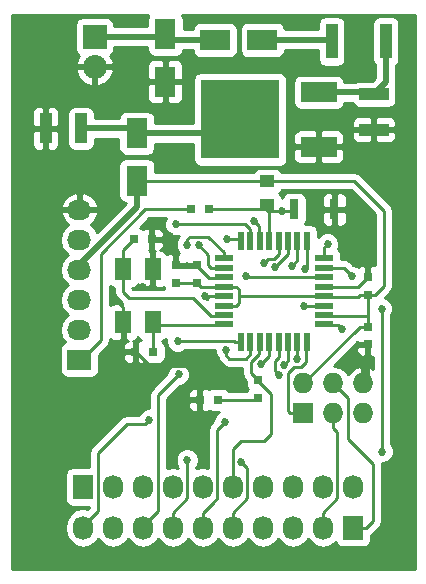
<source format=gtl>
G04 #@! TF.FileFunction,Copper,L1,Top,Signal*
%FSLAX46Y46*%
G04 Gerber Fmt 4.6, Leading zero omitted, Abs format (unit mm)*
G04 Created by KiCad (PCBNEW 4.0.1-3.201512221402+6198~38~ubuntu14.04.1-stable) date Tue 12 Jul 2016 08:06:01 PM PDT*
%MOMM*%
G01*
G04 APERTURE LIST*
%ADD10C,0.100000*%
%ADD11R,1.600000X0.550000*%
%ADD12R,0.550000X1.600000*%
%ADD13R,0.800000X1.700000*%
%ADD14R,0.800000X0.750000*%
%ADD15R,2.500000X1.000000*%
%ADD16R,0.750000X0.800000*%
%ADD17R,1.000000X2.500000*%
%ADD18R,1.800860X2.499360*%
%ADD19R,2.499360X1.800860*%
%ADD20R,1.000000X3.000000*%
%ADD21R,2.032000X2.032000*%
%ADD22O,2.032000X2.032000*%
%ADD23R,1.727200X2.032000*%
%ADD24O,1.727200X2.032000*%
%ADD25R,1.250000X1.000000*%
%ADD26R,3.048000X1.651000*%
%ADD27R,6.700520X6.700520*%
%ADD28R,1.397000X1.905000*%
%ADD29R,2.032000X1.727200*%
%ADD30O,2.032000X1.727200*%
%ADD31R,1.727200X1.727200*%
%ADD32O,1.727200X1.727200*%
%ADD33C,0.685800*%
%ADD34C,0.254000*%
%ADD35C,0.508000*%
G04 APERTURE END LIST*
D10*
D11*
X124197800Y-108401200D03*
X124197800Y-109201200D03*
X124197800Y-110001200D03*
X124197800Y-110801200D03*
X124197800Y-111601200D03*
X124197800Y-112401200D03*
X124197800Y-113201200D03*
X124197800Y-114001200D03*
D12*
X125647800Y-115451200D03*
X126447800Y-115451200D03*
X127247800Y-115451200D03*
X128047800Y-115451200D03*
X128847800Y-115451200D03*
X129647800Y-115451200D03*
X130447800Y-115451200D03*
X131247800Y-115451200D03*
D11*
X132697800Y-114001200D03*
X132697800Y-113201200D03*
X132697800Y-112401200D03*
X132697800Y-111601200D03*
X132697800Y-110801200D03*
X132697800Y-110001200D03*
X132697800Y-109201200D03*
X132697800Y-108401200D03*
D12*
X131247800Y-106951200D03*
X130447800Y-106951200D03*
X129647800Y-106951200D03*
X128847800Y-106951200D03*
X128047800Y-106951200D03*
X127247800Y-106951200D03*
X126447800Y-106951200D03*
X125647800Y-106951200D03*
D13*
X130175000Y-104267000D03*
X133575000Y-104267000D03*
D14*
X122924000Y-104267000D03*
X121424000Y-104267000D03*
D15*
X136906000Y-94512000D03*
X136906000Y-97512000D03*
D14*
X116610000Y-106807000D03*
X118110000Y-106807000D03*
X118225000Y-116332000D03*
X116725000Y-116332000D03*
D16*
X136398000Y-111494000D03*
X136398000Y-109994000D03*
D17*
X112117000Y-97409000D03*
X109117000Y-97409000D03*
D16*
X121920000Y-110490000D03*
X121920000Y-108990000D03*
X120142000Y-110478000D03*
X120142000Y-108978000D03*
X136398000Y-114185000D03*
X136398000Y-115685000D03*
D18*
X119253000Y-89441020D03*
X119253000Y-93438980D03*
D19*
X127474980Y-89916000D03*
X123477020Y-89916000D03*
D18*
X116840000Y-101820980D03*
X116840000Y-97823020D03*
D20*
X137936000Y-90043000D03*
X133336000Y-90043000D03*
D21*
X113284000Y-89662000D03*
D22*
X113284000Y-92202000D03*
D23*
X112268000Y-127762000D03*
D24*
X114808000Y-127762000D03*
X117348000Y-127762000D03*
X119888000Y-127762000D03*
X122428000Y-127762000D03*
X124968000Y-127762000D03*
X127508000Y-127762000D03*
X130048000Y-127762000D03*
X132588000Y-127762000D03*
X135128000Y-127762000D03*
D23*
X135153400Y-131216400D03*
D24*
X132613400Y-131216400D03*
X130073400Y-131216400D03*
X127533400Y-131216400D03*
X124993400Y-131216400D03*
X122453400Y-131216400D03*
X119913400Y-131216400D03*
X117373400Y-131216400D03*
X114833400Y-131216400D03*
X112293400Y-131216400D03*
D14*
X122186000Y-120396000D03*
X123686000Y-120396000D03*
D25*
X127889000Y-101870000D03*
X127889000Y-103870000D03*
D16*
X127127000Y-118745000D03*
X127127000Y-120245000D03*
D26*
X132252720Y-98948240D03*
D27*
X125603000Y-96647000D03*
D26*
X132252720Y-94345760D03*
D28*
X118186200Y-113792000D03*
X118186200Y-109321600D03*
X115697000Y-113792000D03*
X115697000Y-109321600D03*
D29*
X111988600Y-116992400D03*
D30*
X111988600Y-114452400D03*
X111988600Y-111912400D03*
X111988600Y-109372400D03*
X111988600Y-106832400D03*
X111988600Y-104292400D03*
D31*
X130937000Y-121539000D03*
D32*
X130937000Y-118999000D03*
X133477000Y-121539000D03*
X133477000Y-118999000D03*
X136017000Y-121539000D03*
X136017000Y-118999000D03*
D33*
X129159000Y-104378000D03*
X119650603Y-107559963D03*
X122643920Y-111633000D03*
X117348000Y-110871000D03*
X114808000Y-112141000D03*
X135763000Y-108458000D03*
X119634000Y-106553000D03*
X126777526Y-105223882D03*
X120142000Y-105537000D03*
X134239000Y-114427000D03*
X130371720Y-116898912D03*
X124460000Y-106730800D03*
X121098425Y-107268807D03*
X122072400Y-107289600D03*
X120307101Y-115404899D03*
X124409200Y-116128800D03*
X127393680Y-117367263D03*
X128892320Y-118291779D03*
X129286000Y-117398800D03*
X137617200Y-124764800D03*
X137566400Y-112674400D03*
X135077200Y-109931200D03*
X132994400Y-107188000D03*
X125691920Y-125628400D03*
X131114800Y-109270800D03*
X129946400Y-109016800D03*
X124307600Y-122275600D03*
X121107200Y-125476000D03*
X128524000Y-109169200D03*
X120383280Y-118224320D03*
X127609600Y-108762800D03*
X130966289Y-112475089D03*
X117906800Y-122072400D03*
X126067640Y-109883348D03*
D34*
X127889000Y-103870000D02*
X127889000Y-104378000D01*
X127889000Y-104378000D02*
X127997000Y-104486000D01*
X127889000Y-104378000D02*
X129159000Y-104378000D01*
X129159000Y-104378000D02*
X130064000Y-104378000D01*
X127997000Y-107002000D02*
X127997000Y-104486000D01*
X122924000Y-104267000D02*
X127778000Y-104267000D01*
X127778000Y-104267000D02*
X127889000Y-104378000D01*
X130064000Y-104378000D02*
X130175000Y-104267000D01*
X120770000Y-104267000D02*
X121424000Y-104267000D01*
X113792000Y-115341400D02*
X113792000Y-108019189D01*
X113792000Y-108019189D02*
X117544189Y-104267000D01*
X117544189Y-104267000D02*
X120770000Y-104267000D01*
X112014000Y-116967000D02*
X112166400Y-116967000D01*
X112166400Y-116967000D02*
X113792000Y-115341400D01*
D35*
X132252720Y-94345760D02*
X136739760Y-94345760D01*
X136739760Y-94345760D02*
X136906000Y-94512000D01*
X137936000Y-90043000D02*
X137936000Y-93482000D01*
X137936000Y-93482000D02*
X136906000Y-94512000D01*
D34*
X121920000Y-117500400D02*
X117918400Y-117500400D01*
X116750000Y-116332000D02*
X116725000Y-116332000D01*
X117918400Y-117500400D02*
X116750000Y-116332000D01*
X122186000Y-117766400D02*
X121920000Y-117500400D01*
X122186000Y-120396000D02*
X122186000Y-117766400D01*
X135565000Y-110852000D02*
X133701000Y-110852000D01*
X133701000Y-110852000D02*
X132647000Y-110852000D01*
X136398000Y-110019000D02*
X135565000Y-110852000D01*
X136398000Y-109994000D02*
X136398000Y-110019000D01*
X119993502Y-107902862D02*
X119650603Y-107559963D01*
X120142000Y-108051360D02*
X119993502Y-107902862D01*
X120142000Y-108978000D02*
X120142000Y-108051360D01*
X119634000Y-107543360D02*
X119650603Y-107559963D01*
X119634000Y-106553000D02*
X119634000Y-107543360D01*
X124147000Y-111652000D02*
X124128000Y-111633000D01*
X124128000Y-111633000D02*
X123128853Y-111633000D01*
X123128853Y-111633000D02*
X122643920Y-111633000D01*
X117843300Y-110871000D02*
X117348000Y-110871000D01*
X118186200Y-109321600D02*
X118186200Y-110528100D01*
X118186200Y-110528100D02*
X117843300Y-110871000D01*
X115252500Y-112141000D02*
X114808000Y-112141000D01*
X115697000Y-113792000D02*
X115697000Y-112585500D01*
X115697000Y-112585500D02*
X115252500Y-112141000D01*
X124147000Y-110052000D02*
X122957000Y-110052000D01*
X122957000Y-110052000D02*
X121920000Y-109015000D01*
X121920000Y-109015000D02*
X121920000Y-108990000D01*
X120142000Y-108978000D02*
X121908000Y-108978000D01*
X121908000Y-108978000D02*
X121920000Y-108990000D01*
X136398000Y-115685000D02*
X136398000Y-118618000D01*
X136398000Y-118618000D02*
X136017000Y-118999000D01*
X135763000Y-108705000D02*
X135763000Y-108458000D01*
X136398000Y-109994000D02*
X136398000Y-109340000D01*
X136398000Y-109340000D02*
X135763000Y-108705000D01*
X119380000Y-106807000D02*
X119634000Y-106553000D01*
X118110000Y-106807000D02*
X119380000Y-106807000D01*
X118186200Y-109321600D02*
X118186200Y-106883200D01*
X118186200Y-106883200D02*
X118110000Y-106807000D01*
X116205000Y-111760000D02*
X115697000Y-111252000D01*
X115697000Y-111252000D02*
X115697000Y-109321600D01*
X121601000Y-111760000D02*
X116205000Y-111760000D01*
X124147000Y-113252000D02*
X123093000Y-113252000D01*
X123093000Y-113252000D02*
X121601000Y-111760000D01*
X115697000Y-109321600D02*
X115697000Y-107695000D01*
X115697000Y-107695000D02*
X116585000Y-106807000D01*
X116585000Y-106807000D02*
X116610000Y-106807000D01*
X124147000Y-114052000D02*
X118446200Y-114052000D01*
X118446200Y-114052000D02*
X118186200Y-113792000D01*
X118186200Y-113792000D02*
X118186200Y-116293200D01*
X118186200Y-116293200D02*
X118225000Y-116332000D01*
X125476000Y-111025400D02*
X125476000Y-111658400D01*
X125476000Y-111658400D02*
X125476000Y-112177000D01*
X132697800Y-111601200D02*
X125533200Y-111601200D01*
X125533200Y-111601200D02*
X125476000Y-111658400D01*
X124197800Y-110801200D02*
X125251800Y-110801200D01*
X125251800Y-110801200D02*
X125476000Y-111025400D01*
X124147000Y-110852000D02*
X124966099Y-110852000D01*
X136398000Y-113531000D02*
X136398000Y-113284000D01*
X136398000Y-113284000D02*
X136398000Y-111494000D01*
X132647000Y-113252000D02*
X136366000Y-113252000D01*
X136366000Y-113252000D02*
X136398000Y-113284000D01*
X130937000Y-118999000D02*
X135751000Y-114185000D01*
X135751000Y-114185000D02*
X136398000Y-114185000D01*
X137777000Y-104376000D02*
X135271000Y-101870000D01*
X135271000Y-101870000D02*
X127889000Y-101870000D01*
X137777000Y-110744000D02*
X137777000Y-104376000D01*
X136398000Y-111494000D02*
X137027000Y-111494000D01*
X137027000Y-111494000D02*
X137777000Y-110744000D01*
X116840000Y-101820980D02*
X127839980Y-101820980D01*
D35*
X112014000Y-108899149D02*
X112014000Y-109347000D01*
X116840000Y-101820980D02*
X116840000Y-104073149D01*
X116840000Y-104073149D02*
X112014000Y-108899149D01*
D34*
X127839980Y-101820980D02*
X127889000Y-101870000D01*
X125476000Y-112177000D02*
X125201000Y-112452000D01*
X125201000Y-112452000D02*
X124147000Y-112452000D01*
X121920000Y-110490000D02*
X120154000Y-110490000D01*
X120154000Y-110490000D02*
X120142000Y-110478000D01*
X124147000Y-110852000D02*
X122282000Y-110852000D01*
X122282000Y-110852000D02*
X121920000Y-110490000D01*
X136398000Y-114160000D02*
X136398000Y-114185000D01*
X136398000Y-114185000D02*
X136398000Y-113531000D01*
X136398000Y-111494000D02*
X135769000Y-111494000D01*
X135769000Y-111494000D02*
X135611000Y-111652000D01*
X135611000Y-111652000D02*
X133701000Y-111652000D01*
X133701000Y-111652000D02*
X132647000Y-111652000D01*
D35*
X112117000Y-97409000D02*
X116425980Y-97409000D01*
X116425980Y-97409000D02*
X116840000Y-97823020D01*
X116840000Y-97823020D02*
X124426980Y-97823020D01*
X124426980Y-97823020D02*
X125603000Y-96647000D01*
X123477020Y-89916000D02*
X119727980Y-89916000D01*
X119727980Y-89916000D02*
X119253000Y-89441020D01*
X113284000Y-89662000D02*
X119032020Y-89662000D01*
X119032020Y-89662000D02*
X119253000Y-89441020D01*
X127474980Y-89916000D02*
X133209000Y-89916000D01*
X133209000Y-89916000D02*
X133336000Y-90043000D01*
D34*
X123686000Y-120396000D02*
X126976000Y-120396000D01*
X126976000Y-120396000D02*
X127127000Y-120245000D01*
X126777526Y-105223882D02*
X127197000Y-105643356D01*
X127197000Y-105643356D02*
X127197000Y-107002000D01*
X125986000Y-105537000D02*
X120142000Y-105537000D01*
X126397000Y-107002000D02*
X126397000Y-105948000D01*
X126397000Y-105948000D02*
X125986000Y-105537000D01*
X131197000Y-117145008D02*
X131197000Y-115502000D01*
X129616222Y-121335822D02*
X129616222Y-118136778D01*
X130130186Y-117622814D02*
X130719194Y-117622814D01*
X130719194Y-117622814D02*
X131197000Y-117145008D01*
X129819400Y-121539000D02*
X129616222Y-121335822D01*
X130937000Y-121539000D02*
X129819400Y-121539000D01*
X129616222Y-118136778D02*
X130130186Y-117622814D01*
X130937000Y-121539000D02*
X131064000Y-121539000D01*
X133477000Y-121539000D02*
X133477000Y-122760314D01*
X133477000Y-122760314D02*
X133832610Y-123115924D01*
X133832610Y-123115924D02*
X133832610Y-128727190D01*
X133832610Y-128727190D02*
X132613400Y-129946400D01*
X132613400Y-129946400D02*
X132613400Y-131216400D01*
X132647000Y-114052000D02*
X133864000Y-114052000D01*
X133864000Y-114052000D02*
X134239000Y-114427000D01*
X133477000Y-118999000D02*
X134721601Y-120243601D01*
X134721601Y-120243601D02*
X134721601Y-123698001D01*
X136855200Y-125831600D02*
X134721601Y-123698001D01*
X136855200Y-130632200D02*
X136855200Y-125831600D01*
X135153400Y-131216400D02*
X136271000Y-131216400D01*
X136271000Y-131216400D02*
X136855200Y-130632200D01*
X130371720Y-116413979D02*
X130371720Y-116898912D01*
X130371720Y-115527280D02*
X130371720Y-116413979D01*
X130397000Y-115502000D02*
X130371720Y-115527280D01*
X124460000Y-106730800D02*
X125427400Y-106730800D01*
X125427400Y-106730800D02*
X125647800Y-106951200D01*
X124197800Y-107872200D02*
X122891299Y-106565699D01*
X121098425Y-106783874D02*
X121098425Y-107268807D01*
X121316600Y-106565699D02*
X121098425Y-106783874D01*
X122891299Y-106565699D02*
X121316600Y-106565699D01*
X124197800Y-108401200D02*
X124197800Y-107872200D01*
X122885200Y-108102400D02*
X122885200Y-108942600D01*
X122885200Y-108942600D02*
X123143800Y-109201200D01*
X123143800Y-109201200D02*
X124197800Y-109201200D01*
X122072400Y-107289600D02*
X122885200Y-108102400D01*
X125072499Y-115404899D02*
X120307101Y-115404899D01*
X125647800Y-115451200D02*
X125118800Y-115451200D01*
X120307101Y-115404899D02*
X120230899Y-115481101D01*
X125118800Y-115451200D02*
X125072499Y-115404899D01*
X124686267Y-116890800D02*
X126062200Y-116890800D01*
X126062200Y-116890800D02*
X126447800Y-116505200D01*
X126447800Y-116505200D02*
X126447800Y-115451200D01*
X124409200Y-116128800D02*
X124409200Y-116613733D01*
X124409200Y-116613733D02*
X124686267Y-116890800D01*
X124968000Y-127762000D02*
X124968000Y-124510800D01*
X124968000Y-124510800D02*
X125628400Y-123850400D01*
X125628400Y-123850400D02*
X127609600Y-123850400D01*
X127609600Y-123850400D02*
X128219200Y-123240800D01*
X128219200Y-123240800D02*
X128219200Y-119862200D01*
X128219200Y-119862200D02*
X127127000Y-118770000D01*
X127127000Y-118770000D02*
X127127000Y-118745000D01*
X126498000Y-117191567D02*
X127197000Y-116492567D01*
X127127000Y-118745000D02*
X127127000Y-118720000D01*
X126498000Y-118091000D02*
X126498000Y-117191567D01*
X127127000Y-118720000D02*
X126498000Y-118091000D01*
X127197000Y-116492567D02*
X127197000Y-115502000D01*
X127736579Y-117024364D02*
X127393680Y-117367263D01*
X128047800Y-115451200D02*
X128047800Y-116713143D01*
X128047800Y-116713143D02*
X127736579Y-117024364D01*
X128847800Y-116765624D02*
X128549421Y-117064003D01*
X128549421Y-117948880D02*
X128892320Y-118291779D01*
X128549421Y-117064003D02*
X128549421Y-117948880D01*
X128847800Y-115451200D02*
X128847800Y-116765624D01*
X129647800Y-115451200D02*
X129647800Y-117037000D01*
X129647800Y-117037000D02*
X129286000Y-117398800D01*
X137617200Y-113210133D02*
X137617200Y-124764800D01*
X137566400Y-112674400D02*
X137566400Y-113159333D01*
X137566400Y-113159333D02*
X137617200Y-113210133D01*
X134347200Y-109201200D02*
X135077200Y-109931200D01*
X132697800Y-109201200D02*
X134347200Y-109201200D01*
X132697800Y-108401200D02*
X132697800Y-107484600D01*
X132697800Y-107484600D02*
X132994400Y-107188000D01*
X126212610Y-126149090D02*
X126034819Y-125971299D01*
X124993400Y-129946400D02*
X126212610Y-128727190D01*
X124993400Y-131216400D02*
X124993400Y-129946400D01*
X126034819Y-125971299D02*
X125691920Y-125628400D01*
X126212610Y-128727190D02*
X126212610Y-126149090D01*
X131247800Y-106951200D02*
X131247800Y-109137800D01*
X131247800Y-109137800D02*
X131114800Y-109270800D01*
X129946400Y-109016800D02*
X130447800Y-108515400D01*
X130447800Y-108515400D02*
X130447800Y-106951200D01*
X123672610Y-122910590D02*
X124307600Y-122275600D01*
X123266200Y-129133600D02*
X123672610Y-128727190D01*
X123672610Y-128727190D02*
X123672610Y-122910590D01*
X122453400Y-131216400D02*
X122453400Y-129946400D01*
X122453400Y-129946400D02*
X123266200Y-129133600D01*
X121107200Y-125476000D02*
X121107200Y-125960933D01*
X121132610Y-125986343D02*
X121132610Y-128727190D01*
X121107200Y-125960933D02*
X121132610Y-125986343D01*
X121132610Y-128727190D02*
X119913400Y-129946400D01*
X119913400Y-129946400D02*
X119913400Y-131216400D01*
X129647800Y-106951200D02*
X129647800Y-108045400D01*
X129647800Y-108045400D02*
X128524000Y-109169200D01*
X118643390Y-129794010D02*
X118643390Y-119964210D01*
X118643390Y-119964210D02*
X120040381Y-118567219D01*
X117373400Y-131064000D02*
X118643390Y-129794010D01*
X117373400Y-131216400D02*
X117373400Y-131064000D01*
X120040381Y-118567219D02*
X120383280Y-118224320D01*
X127609600Y-108762800D02*
X127952499Y-108419901D01*
X127952499Y-108419901D02*
X128433099Y-108419901D01*
X128433099Y-108419901D02*
X128847800Y-108005200D01*
X128847800Y-108005200D02*
X128847800Y-106951200D01*
X132697800Y-112401200D02*
X131040178Y-112401200D01*
X131040178Y-112401200D02*
X130966289Y-112475089D01*
X113563390Y-129794010D02*
X113563390Y-124866400D01*
X117906800Y-122072400D02*
X117563901Y-122415299D01*
X117563901Y-122415299D02*
X116014491Y-122415299D01*
X116014491Y-122415299D02*
X113563390Y-124866400D01*
X112293400Y-131216400D02*
X112293400Y-131064000D01*
X112293400Y-131064000D02*
X113563390Y-129794010D01*
X132697800Y-110001200D02*
X126185492Y-110001200D01*
X126185492Y-110001200D02*
X126067640Y-109883348D01*
G36*
X117756139Y-87939450D02*
X117705130Y-88191340D01*
X117705130Y-88773000D01*
X114947440Y-88773000D01*
X114947440Y-88646000D01*
X114903162Y-88410683D01*
X114764090Y-88194559D01*
X114551890Y-88049569D01*
X114300000Y-87998560D01*
X112268000Y-87998560D01*
X112032683Y-88042838D01*
X111816559Y-88181910D01*
X111671569Y-88394110D01*
X111620560Y-88646000D01*
X111620560Y-90678000D01*
X111664838Y-90913317D01*
X111803910Y-91129441D01*
X111966948Y-91240840D01*
X111877615Y-91337182D01*
X111678025Y-91819056D01*
X111797164Y-92075000D01*
X113157000Y-92075000D01*
X113157000Y-92055000D01*
X113411000Y-92055000D01*
X113411000Y-92075000D01*
X114770836Y-92075000D01*
X114776426Y-92062991D01*
X117717570Y-92062991D01*
X117717570Y-93153230D01*
X117876320Y-93311980D01*
X119126000Y-93311980D01*
X119126000Y-91713050D01*
X119380000Y-91713050D01*
X119380000Y-93311980D01*
X120629680Y-93311980D01*
X120788430Y-93153230D01*
X120788430Y-92062991D01*
X120691757Y-91829602D01*
X120513129Y-91650973D01*
X120279740Y-91554300D01*
X119538750Y-91554300D01*
X119380000Y-91713050D01*
X119126000Y-91713050D01*
X118967250Y-91554300D01*
X118226260Y-91554300D01*
X117992871Y-91650973D01*
X117814243Y-91829602D01*
X117717570Y-92062991D01*
X114776426Y-92062991D01*
X114889975Y-91819056D01*
X114690385Y-91337182D01*
X114599903Y-91239602D01*
X114751441Y-91142090D01*
X114896431Y-90929890D01*
X114947440Y-90678000D01*
X114947440Y-90551000D01*
X117705130Y-90551000D01*
X117705130Y-90690700D01*
X117749408Y-90926017D01*
X117888480Y-91142141D01*
X118100680Y-91287131D01*
X118352570Y-91338140D01*
X120153430Y-91338140D01*
X120388747Y-91293862D01*
X120604871Y-91154790D01*
X120749861Y-90942590D01*
X120777724Y-90805000D01*
X121579900Y-90805000D01*
X121579900Y-90816430D01*
X121624178Y-91051747D01*
X121763250Y-91267871D01*
X121975450Y-91412861D01*
X122227340Y-91463870D01*
X124726700Y-91463870D01*
X124962017Y-91419592D01*
X125178141Y-91280520D01*
X125323131Y-91068320D01*
X125374140Y-90816430D01*
X125374140Y-89015570D01*
X125577860Y-89015570D01*
X125577860Y-90816430D01*
X125622138Y-91051747D01*
X125761210Y-91267871D01*
X125973410Y-91412861D01*
X126225300Y-91463870D01*
X128724660Y-91463870D01*
X128959977Y-91419592D01*
X129176101Y-91280520D01*
X129321091Y-91068320D01*
X129372100Y-90816430D01*
X129372100Y-90805000D01*
X132188560Y-90805000D01*
X132188560Y-91543000D01*
X132232838Y-91778317D01*
X132371910Y-91994441D01*
X132584110Y-92139431D01*
X132836000Y-92190440D01*
X133836000Y-92190440D01*
X134071317Y-92146162D01*
X134287441Y-92007090D01*
X134432431Y-91794890D01*
X134483440Y-91543000D01*
X134483440Y-88543000D01*
X134439162Y-88307683D01*
X134300090Y-88091559D01*
X134087890Y-87946569D01*
X133836000Y-87895560D01*
X132836000Y-87895560D01*
X132600683Y-87939838D01*
X132384559Y-88078910D01*
X132239569Y-88291110D01*
X132188560Y-88543000D01*
X132188560Y-89027000D01*
X129372100Y-89027000D01*
X129372100Y-89015570D01*
X129327822Y-88780253D01*
X129188750Y-88564129D01*
X128976550Y-88419139D01*
X128724660Y-88368130D01*
X126225300Y-88368130D01*
X125989983Y-88412408D01*
X125773859Y-88551480D01*
X125628869Y-88763680D01*
X125577860Y-89015570D01*
X125374140Y-89015570D01*
X125329862Y-88780253D01*
X125190790Y-88564129D01*
X124978590Y-88419139D01*
X124726700Y-88368130D01*
X122227340Y-88368130D01*
X121992023Y-88412408D01*
X121775899Y-88551480D01*
X121630909Y-88763680D01*
X121579900Y-89015570D01*
X121579900Y-89027000D01*
X120800870Y-89027000D01*
X120800870Y-88191340D01*
X120756592Y-87956023D01*
X120676785Y-87832000D01*
X140387000Y-87832000D01*
X140387000Y-134672000D01*
X106247000Y-134672000D01*
X106247000Y-106832400D01*
X110305255Y-106832400D01*
X110419329Y-107405889D01*
X110744185Y-107892070D01*
X111058966Y-108102400D01*
X110744185Y-108312730D01*
X110419329Y-108798911D01*
X110305255Y-109372400D01*
X110419329Y-109945889D01*
X110744185Y-110432070D01*
X111058966Y-110642400D01*
X110744185Y-110852730D01*
X110419329Y-111338911D01*
X110305255Y-111912400D01*
X110419329Y-112485889D01*
X110744185Y-112972070D01*
X111058966Y-113182400D01*
X110744185Y-113392730D01*
X110419329Y-113878911D01*
X110305255Y-114452400D01*
X110419329Y-115025889D01*
X110744185Y-115512070D01*
X110758513Y-115521643D01*
X110737283Y-115525638D01*
X110521159Y-115664710D01*
X110376169Y-115876910D01*
X110325160Y-116128800D01*
X110325160Y-117856000D01*
X110369438Y-118091317D01*
X110508510Y-118307441D01*
X110720710Y-118452431D01*
X110972600Y-118503440D01*
X113004600Y-118503440D01*
X113239917Y-118459162D01*
X113456041Y-118320090D01*
X113601031Y-118107890D01*
X113652040Y-117856000D01*
X113652040Y-116617750D01*
X115690000Y-116617750D01*
X115690000Y-116833310D01*
X115786673Y-117066699D01*
X115965302Y-117245327D01*
X116198691Y-117342000D01*
X116439250Y-117342000D01*
X116598000Y-117183250D01*
X116598000Y-116459000D01*
X115848750Y-116459000D01*
X115690000Y-116617750D01*
X113652040Y-116617750D01*
X113652040Y-116558991D01*
X114330816Y-115880215D01*
X114495997Y-115633004D01*
X114554000Y-115341400D01*
X114554000Y-115198026D01*
X114638801Y-115282827D01*
X114872190Y-115379500D01*
X115411250Y-115379500D01*
X115570000Y-115220750D01*
X115570000Y-113919000D01*
X115550000Y-113919000D01*
X115550000Y-113665000D01*
X115570000Y-113665000D01*
X115570000Y-113645000D01*
X115824000Y-113645000D01*
X115824000Y-113665000D01*
X115844000Y-113665000D01*
X115844000Y-113919000D01*
X115824000Y-113919000D01*
X115824000Y-115220750D01*
X115982750Y-115379500D01*
X116059874Y-115379500D01*
X115965302Y-115418673D01*
X115786673Y-115597301D01*
X115690000Y-115830690D01*
X115690000Y-116046250D01*
X115848750Y-116205000D01*
X116598000Y-116205000D01*
X116598000Y-115480750D01*
X116496750Y-115379500D01*
X116521810Y-115379500D01*
X116755199Y-115282827D01*
X116933827Y-115104198D01*
X116945868Y-115075127D01*
X117023610Y-115195941D01*
X117208104Y-115322000D01*
X117010750Y-115322000D01*
X116852000Y-115480750D01*
X116852000Y-116205000D01*
X116872000Y-116205000D01*
X116872000Y-116459000D01*
X116852000Y-116459000D01*
X116852000Y-117183250D01*
X117010750Y-117342000D01*
X117251309Y-117342000D01*
X117484698Y-117245327D01*
X117486068Y-117243957D01*
X117573110Y-117303431D01*
X117825000Y-117354440D01*
X118625000Y-117354440D01*
X118860317Y-117310162D01*
X119076441Y-117171090D01*
X119221431Y-116958890D01*
X119272440Y-116707000D01*
X119272440Y-115957000D01*
X119228162Y-115721683D01*
X119089090Y-115505559D01*
X118948200Y-115409293D01*
X118948200Y-115379992D01*
X119120017Y-115347662D01*
X119329368Y-115212948D01*
X119329032Y-115598562D01*
X119477594Y-115958111D01*
X119752442Y-116233439D01*
X120111731Y-116382629D01*
X120500764Y-116382968D01*
X120860313Y-116234406D01*
X120927938Y-116166899D01*
X123431267Y-116166899D01*
X123431131Y-116322463D01*
X123579693Y-116682012D01*
X123680960Y-116783456D01*
X123705204Y-116905338D01*
X123819009Y-117075659D01*
X123870385Y-117152548D01*
X124147452Y-117429615D01*
X124394662Y-117594796D01*
X124686267Y-117652800D01*
X125736000Y-117652800D01*
X125736000Y-118091000D01*
X125794004Y-118382605D01*
X125874744Y-118503440D01*
X125959185Y-118629815D01*
X126104560Y-118775190D01*
X126104560Y-119145000D01*
X126148838Y-119380317D01*
X126222620Y-119494978D01*
X126155569Y-119593110D01*
X126147289Y-119634000D01*
X124591557Y-119634000D01*
X124550090Y-119569559D01*
X124337890Y-119424569D01*
X124086000Y-119373560D01*
X123286000Y-119373560D01*
X123050683Y-119417838D01*
X122947354Y-119484329D01*
X122945698Y-119482673D01*
X122712309Y-119386000D01*
X122471750Y-119386000D01*
X122313000Y-119544750D01*
X122313000Y-120269000D01*
X122333000Y-120269000D01*
X122333000Y-120523000D01*
X122313000Y-120523000D01*
X122313000Y-121247250D01*
X122471750Y-121406000D01*
X122712309Y-121406000D01*
X122945698Y-121309327D01*
X122947068Y-121307957D01*
X123034110Y-121367431D01*
X123286000Y-121418440D01*
X123821314Y-121418440D01*
X123754388Y-121446093D01*
X123479060Y-121720941D01*
X123329870Y-122080230D01*
X123329787Y-122175783D01*
X123133795Y-122371775D01*
X122968614Y-122618985D01*
X122910610Y-122910590D01*
X122910610Y-126174652D01*
X122428000Y-126078655D01*
X121894610Y-126184753D01*
X121894610Y-126071717D01*
X121935740Y-126030659D01*
X122084930Y-125671370D01*
X122085269Y-125282337D01*
X121936707Y-124922788D01*
X121661859Y-124647460D01*
X121302570Y-124498270D01*
X120913537Y-124497931D01*
X120553988Y-124646493D01*
X120278660Y-124921341D01*
X120129470Y-125280630D01*
X120129131Y-125669663D01*
X120277693Y-126029212D01*
X120370610Y-126122291D01*
X120370610Y-126174652D01*
X119888000Y-126078655D01*
X119405390Y-126174652D01*
X119405390Y-120681750D01*
X121151000Y-120681750D01*
X121151000Y-120897310D01*
X121247673Y-121130699D01*
X121426302Y-121309327D01*
X121659691Y-121406000D01*
X121900250Y-121406000D01*
X122059000Y-121247250D01*
X122059000Y-120523000D01*
X121309750Y-120523000D01*
X121151000Y-120681750D01*
X119405390Y-120681750D01*
X119405390Y-120279840D01*
X119790540Y-119894690D01*
X121151000Y-119894690D01*
X121151000Y-120110250D01*
X121309750Y-120269000D01*
X122059000Y-120269000D01*
X122059000Y-119544750D01*
X121900250Y-119386000D01*
X121659691Y-119386000D01*
X121426302Y-119482673D01*
X121247673Y-119661301D01*
X121151000Y-119894690D01*
X119790540Y-119894690D01*
X120482924Y-119202307D01*
X120576943Y-119202389D01*
X120936492Y-119053827D01*
X121211820Y-118778979D01*
X121361010Y-118419690D01*
X121361349Y-118030657D01*
X121212787Y-117671108D01*
X120937939Y-117395780D01*
X120578650Y-117246590D01*
X120189617Y-117246251D01*
X119830068Y-117394813D01*
X119554740Y-117669661D01*
X119405550Y-118028950D01*
X119405467Y-118124502D01*
X118104575Y-119425395D01*
X117939394Y-119672605D01*
X117881390Y-119964210D01*
X117881390Y-121094478D01*
X117713137Y-121094331D01*
X117353588Y-121242893D01*
X117078260Y-121517741D01*
X117021971Y-121653299D01*
X116014491Y-121653299D01*
X115722886Y-121711303D01*
X115475675Y-121876484D01*
X113024575Y-124327585D01*
X112859394Y-124574795D01*
X112801390Y-124866400D01*
X112801390Y-126098560D01*
X111404400Y-126098560D01*
X111169083Y-126142838D01*
X110952959Y-126281910D01*
X110807969Y-126494110D01*
X110756960Y-126746000D01*
X110756960Y-128778000D01*
X110801238Y-129013317D01*
X110940310Y-129229441D01*
X111152510Y-129374431D01*
X111404400Y-129425440D01*
X112801390Y-129425440D01*
X112801390Y-129478380D01*
X112671505Y-129608265D01*
X112293400Y-129533055D01*
X111719911Y-129647129D01*
X111233730Y-129971985D01*
X110908874Y-130458166D01*
X110794800Y-131031655D01*
X110794800Y-131401145D01*
X110908874Y-131974634D01*
X111233730Y-132460815D01*
X111719911Y-132785671D01*
X112293400Y-132899745D01*
X112866889Y-132785671D01*
X113353070Y-132460815D01*
X113563400Y-132146034D01*
X113773730Y-132460815D01*
X114259911Y-132785671D01*
X114833400Y-132899745D01*
X115406889Y-132785671D01*
X115893070Y-132460815D01*
X116103400Y-132146034D01*
X116313730Y-132460815D01*
X116799911Y-132785671D01*
X117373400Y-132899745D01*
X117946889Y-132785671D01*
X118433070Y-132460815D01*
X118643400Y-132146034D01*
X118853730Y-132460815D01*
X119339911Y-132785671D01*
X119913400Y-132899745D01*
X120486889Y-132785671D01*
X120973070Y-132460815D01*
X121183400Y-132146034D01*
X121393730Y-132460815D01*
X121879911Y-132785671D01*
X122453400Y-132899745D01*
X123026889Y-132785671D01*
X123513070Y-132460815D01*
X123723400Y-132146034D01*
X123933730Y-132460815D01*
X124419911Y-132785671D01*
X124993400Y-132899745D01*
X125566889Y-132785671D01*
X126053070Y-132460815D01*
X126263400Y-132146034D01*
X126473730Y-132460815D01*
X126959911Y-132785671D01*
X127533400Y-132899745D01*
X128106889Y-132785671D01*
X128593070Y-132460815D01*
X128803400Y-132146034D01*
X129013730Y-132460815D01*
X129499911Y-132785671D01*
X130073400Y-132899745D01*
X130646889Y-132785671D01*
X131133070Y-132460815D01*
X131343400Y-132146034D01*
X131553730Y-132460815D01*
X132039911Y-132785671D01*
X132613400Y-132899745D01*
X133186889Y-132785671D01*
X133673070Y-132460815D01*
X133682643Y-132446487D01*
X133686638Y-132467717D01*
X133825710Y-132683841D01*
X134037910Y-132828831D01*
X134289800Y-132879840D01*
X136017000Y-132879840D01*
X136252317Y-132835562D01*
X136468441Y-132696490D01*
X136613431Y-132484290D01*
X136664440Y-132232400D01*
X136664440Y-131852352D01*
X136809815Y-131755215D01*
X137394016Y-131171015D01*
X137559197Y-130923804D01*
X137617200Y-130632200D01*
X137617200Y-125831600D01*
X137599514Y-125742685D01*
X137810863Y-125742869D01*
X138170412Y-125594307D01*
X138445740Y-125319459D01*
X138594930Y-124960170D01*
X138595269Y-124571137D01*
X138446707Y-124211588D01*
X138379200Y-124143963D01*
X138379200Y-113244772D01*
X138394940Y-113229059D01*
X138544130Y-112869770D01*
X138544469Y-112480737D01*
X138395907Y-112121188D01*
X138121059Y-111845860D01*
X137860828Y-111737802D01*
X138315815Y-111282815D01*
X138480996Y-111035605D01*
X138488476Y-110998000D01*
X138539000Y-110744000D01*
X138539000Y-104376000D01*
X138480996Y-104084395D01*
X138315815Y-103837185D01*
X135809815Y-101331185D01*
X135562605Y-101166004D01*
X135271000Y-101108000D01*
X129099992Y-101108000D01*
X128978090Y-100918559D01*
X128765890Y-100773569D01*
X128514000Y-100722560D01*
X127264000Y-100722560D01*
X127028683Y-100766838D01*
X126812559Y-100905910D01*
X126707971Y-101058980D01*
X118387870Y-101058980D01*
X118387870Y-100571300D01*
X118343592Y-100335983D01*
X118204520Y-100119859D01*
X117992320Y-99974869D01*
X117740430Y-99923860D01*
X115939570Y-99923860D01*
X115704253Y-99968138D01*
X115488129Y-100107210D01*
X115343139Y-100319410D01*
X115292130Y-100571300D01*
X115292130Y-103070660D01*
X115336408Y-103305977D01*
X115475480Y-103522101D01*
X115687680Y-103667091D01*
X115938109Y-103717804D01*
X113493436Y-106162477D01*
X113233015Y-105772730D01*
X112923531Y-105565939D01*
X113339332Y-105194436D01*
X113593309Y-104667191D01*
X113595958Y-104651426D01*
X113474817Y-104419400D01*
X112115600Y-104419400D01*
X112115600Y-104439400D01*
X111861600Y-104439400D01*
X111861600Y-104419400D01*
X110502383Y-104419400D01*
X110381242Y-104651426D01*
X110383891Y-104667191D01*
X110637868Y-105194436D01*
X111053669Y-105565939D01*
X110744185Y-105772730D01*
X110419329Y-106258911D01*
X110305255Y-106832400D01*
X106247000Y-106832400D01*
X106247000Y-103933374D01*
X110381242Y-103933374D01*
X110502383Y-104165400D01*
X111861600Y-104165400D01*
X111861600Y-102951476D01*
X112115600Y-102951476D01*
X112115600Y-104165400D01*
X113474817Y-104165400D01*
X113595958Y-103933374D01*
X113593309Y-103917609D01*
X113339332Y-103390364D01*
X112902920Y-103000446D01*
X112350513Y-102807216D01*
X112115600Y-102951476D01*
X111861600Y-102951476D01*
X111626687Y-102807216D01*
X111074280Y-103000446D01*
X110637868Y-103390364D01*
X110383891Y-103917609D01*
X110381242Y-103933374D01*
X106247000Y-103933374D01*
X106247000Y-97694750D01*
X107982000Y-97694750D01*
X107982000Y-98785310D01*
X108078673Y-99018699D01*
X108257302Y-99197327D01*
X108490691Y-99294000D01*
X108831250Y-99294000D01*
X108990000Y-99135250D01*
X108990000Y-97536000D01*
X109244000Y-97536000D01*
X109244000Y-99135250D01*
X109402750Y-99294000D01*
X109743309Y-99294000D01*
X109976698Y-99197327D01*
X110155327Y-99018699D01*
X110252000Y-98785310D01*
X110252000Y-97694750D01*
X110093250Y-97536000D01*
X109244000Y-97536000D01*
X108990000Y-97536000D01*
X108140750Y-97536000D01*
X107982000Y-97694750D01*
X106247000Y-97694750D01*
X106247000Y-96032690D01*
X107982000Y-96032690D01*
X107982000Y-97123250D01*
X108140750Y-97282000D01*
X108990000Y-97282000D01*
X108990000Y-95682750D01*
X109244000Y-95682750D01*
X109244000Y-97282000D01*
X110093250Y-97282000D01*
X110252000Y-97123250D01*
X110252000Y-96159000D01*
X110969560Y-96159000D01*
X110969560Y-98659000D01*
X111013838Y-98894317D01*
X111152910Y-99110441D01*
X111365110Y-99255431D01*
X111617000Y-99306440D01*
X112617000Y-99306440D01*
X112852317Y-99262162D01*
X113068441Y-99123090D01*
X113213431Y-98910890D01*
X113264440Y-98659000D01*
X113264440Y-98298000D01*
X115292130Y-98298000D01*
X115292130Y-99072700D01*
X115336408Y-99308017D01*
X115475480Y-99524141D01*
X115687680Y-99669131D01*
X115939570Y-99720140D01*
X117740430Y-99720140D01*
X117975747Y-99675862D01*
X118191871Y-99536790D01*
X118336861Y-99324590D01*
X118387870Y-99072700D01*
X118387870Y-98712020D01*
X121605300Y-98712020D01*
X121605300Y-99997260D01*
X121649578Y-100232577D01*
X121788650Y-100448701D01*
X122000850Y-100593691D01*
X122252740Y-100644700D01*
X128953260Y-100644700D01*
X129188577Y-100600422D01*
X129404701Y-100461350D01*
X129549691Y-100249150D01*
X129600700Y-99997260D01*
X129600700Y-99233990D01*
X130093720Y-99233990D01*
X130093720Y-99900049D01*
X130190393Y-100133438D01*
X130369021Y-100312067D01*
X130602410Y-100408740D01*
X131966970Y-100408740D01*
X132125720Y-100249990D01*
X132125720Y-99075240D01*
X132379720Y-99075240D01*
X132379720Y-100249990D01*
X132538470Y-100408740D01*
X133903030Y-100408740D01*
X134136419Y-100312067D01*
X134315047Y-100133438D01*
X134411720Y-99900049D01*
X134411720Y-99233990D01*
X134252970Y-99075240D01*
X132379720Y-99075240D01*
X132125720Y-99075240D01*
X130252470Y-99075240D01*
X130093720Y-99233990D01*
X129600700Y-99233990D01*
X129600700Y-97996431D01*
X130093720Y-97996431D01*
X130093720Y-98662490D01*
X130252470Y-98821240D01*
X132125720Y-98821240D01*
X132125720Y-97646490D01*
X132379720Y-97646490D01*
X132379720Y-98821240D01*
X134252970Y-98821240D01*
X134411720Y-98662490D01*
X134411720Y-97996431D01*
X134329424Y-97797750D01*
X135021000Y-97797750D01*
X135021000Y-98138309D01*
X135117673Y-98371698D01*
X135296301Y-98550327D01*
X135529690Y-98647000D01*
X136620250Y-98647000D01*
X136779000Y-98488250D01*
X136779000Y-97639000D01*
X137033000Y-97639000D01*
X137033000Y-98488250D01*
X137191750Y-98647000D01*
X138282310Y-98647000D01*
X138515699Y-98550327D01*
X138694327Y-98371698D01*
X138791000Y-98138309D01*
X138791000Y-97797750D01*
X138632250Y-97639000D01*
X137033000Y-97639000D01*
X136779000Y-97639000D01*
X135179750Y-97639000D01*
X135021000Y-97797750D01*
X134329424Y-97797750D01*
X134315047Y-97763042D01*
X134136419Y-97584413D01*
X133903030Y-97487740D01*
X132538470Y-97487740D01*
X132379720Y-97646490D01*
X132125720Y-97646490D01*
X131966970Y-97487740D01*
X130602410Y-97487740D01*
X130369021Y-97584413D01*
X130190393Y-97763042D01*
X130093720Y-97996431D01*
X129600700Y-97996431D01*
X129600700Y-96885691D01*
X135021000Y-96885691D01*
X135021000Y-97226250D01*
X135179750Y-97385000D01*
X136779000Y-97385000D01*
X136779000Y-96535750D01*
X137033000Y-96535750D01*
X137033000Y-97385000D01*
X138632250Y-97385000D01*
X138791000Y-97226250D01*
X138791000Y-96885691D01*
X138694327Y-96652302D01*
X138515699Y-96473673D01*
X138282310Y-96377000D01*
X137191750Y-96377000D01*
X137033000Y-96535750D01*
X136779000Y-96535750D01*
X136620250Y-96377000D01*
X135529690Y-96377000D01*
X135296301Y-96473673D01*
X135117673Y-96652302D01*
X135021000Y-96885691D01*
X129600700Y-96885691D01*
X129600700Y-93520260D01*
X130081280Y-93520260D01*
X130081280Y-95171260D01*
X130125558Y-95406577D01*
X130264630Y-95622701D01*
X130476830Y-95767691D01*
X130728720Y-95818700D01*
X133776720Y-95818700D01*
X134012037Y-95774422D01*
X134228161Y-95635350D01*
X134373151Y-95423150D01*
X134411301Y-95234760D01*
X135050475Y-95234760D01*
X135052838Y-95247317D01*
X135191910Y-95463441D01*
X135404110Y-95608431D01*
X135656000Y-95659440D01*
X138156000Y-95659440D01*
X138391317Y-95615162D01*
X138607441Y-95476090D01*
X138752431Y-95263890D01*
X138803440Y-95012000D01*
X138803440Y-94012000D01*
X138762673Y-93795341D01*
X138825000Y-93482000D01*
X138825000Y-92047270D01*
X138887441Y-92007090D01*
X139032431Y-91794890D01*
X139083440Y-91543000D01*
X139083440Y-88543000D01*
X139039162Y-88307683D01*
X138900090Y-88091559D01*
X138687890Y-87946569D01*
X138436000Y-87895560D01*
X137436000Y-87895560D01*
X137200683Y-87939838D01*
X136984559Y-88078910D01*
X136839569Y-88291110D01*
X136788560Y-88543000D01*
X136788560Y-91543000D01*
X136832838Y-91778317D01*
X136971910Y-91994441D01*
X137047000Y-92045748D01*
X137047000Y-93113764D01*
X136796204Y-93364560D01*
X135656000Y-93364560D01*
X135420683Y-93408838D01*
X135346210Y-93456760D01*
X134412212Y-93456760D01*
X134379882Y-93284943D01*
X134240810Y-93068819D01*
X134028610Y-92923829D01*
X133776720Y-92872820D01*
X130728720Y-92872820D01*
X130493403Y-92917098D01*
X130277279Y-93056170D01*
X130132289Y-93268370D01*
X130081280Y-93520260D01*
X129600700Y-93520260D01*
X129600700Y-93296740D01*
X129556422Y-93061423D01*
X129417350Y-92845299D01*
X129205150Y-92700309D01*
X128953260Y-92649300D01*
X122252740Y-92649300D01*
X122017423Y-92693578D01*
X121801299Y-92832650D01*
X121656309Y-93044850D01*
X121605300Y-93296740D01*
X121605300Y-96934020D01*
X118387870Y-96934020D01*
X118387870Y-96573340D01*
X118343592Y-96338023D01*
X118204520Y-96121899D01*
X117992320Y-95976909D01*
X117740430Y-95925900D01*
X115939570Y-95925900D01*
X115704253Y-95970178D01*
X115488129Y-96109250D01*
X115343139Y-96321450D01*
X115302932Y-96520000D01*
X113264440Y-96520000D01*
X113264440Y-96159000D01*
X113220162Y-95923683D01*
X113081090Y-95707559D01*
X112868890Y-95562569D01*
X112617000Y-95511560D01*
X111617000Y-95511560D01*
X111381683Y-95555838D01*
X111165559Y-95694910D01*
X111020569Y-95907110D01*
X110969560Y-96159000D01*
X110252000Y-96159000D01*
X110252000Y-96032690D01*
X110155327Y-95799301D01*
X109976698Y-95620673D01*
X109743309Y-95524000D01*
X109402750Y-95524000D01*
X109244000Y-95682750D01*
X108990000Y-95682750D01*
X108831250Y-95524000D01*
X108490691Y-95524000D01*
X108257302Y-95620673D01*
X108078673Y-95799301D01*
X107982000Y-96032690D01*
X106247000Y-96032690D01*
X106247000Y-92584944D01*
X111678025Y-92584944D01*
X111877615Y-93066818D01*
X112315621Y-93539188D01*
X112901054Y-93807983D01*
X113157000Y-93689367D01*
X113157000Y-92329000D01*
X113411000Y-92329000D01*
X113411000Y-93689367D01*
X113666946Y-93807983D01*
X113848270Y-93724730D01*
X117717570Y-93724730D01*
X117717570Y-94814969D01*
X117814243Y-95048358D01*
X117992871Y-95226987D01*
X118226260Y-95323660D01*
X118967250Y-95323660D01*
X119126000Y-95164910D01*
X119126000Y-93565980D01*
X119380000Y-93565980D01*
X119380000Y-95164910D01*
X119538750Y-95323660D01*
X120279740Y-95323660D01*
X120513129Y-95226987D01*
X120691757Y-95048358D01*
X120788430Y-94814969D01*
X120788430Y-93724730D01*
X120629680Y-93565980D01*
X119380000Y-93565980D01*
X119126000Y-93565980D01*
X117876320Y-93565980D01*
X117717570Y-93724730D01*
X113848270Y-93724730D01*
X114252379Y-93539188D01*
X114690385Y-93066818D01*
X114889975Y-92584944D01*
X114770836Y-92329000D01*
X113411000Y-92329000D01*
X113157000Y-92329000D01*
X111797164Y-92329000D01*
X111678025Y-92584944D01*
X106247000Y-92584944D01*
X106247000Y-87832000D01*
X117829556Y-87832000D01*
X117756139Y-87939450D01*
X117756139Y-87939450D01*
G37*
X117756139Y-87939450D02*
X117705130Y-88191340D01*
X117705130Y-88773000D01*
X114947440Y-88773000D01*
X114947440Y-88646000D01*
X114903162Y-88410683D01*
X114764090Y-88194559D01*
X114551890Y-88049569D01*
X114300000Y-87998560D01*
X112268000Y-87998560D01*
X112032683Y-88042838D01*
X111816559Y-88181910D01*
X111671569Y-88394110D01*
X111620560Y-88646000D01*
X111620560Y-90678000D01*
X111664838Y-90913317D01*
X111803910Y-91129441D01*
X111966948Y-91240840D01*
X111877615Y-91337182D01*
X111678025Y-91819056D01*
X111797164Y-92075000D01*
X113157000Y-92075000D01*
X113157000Y-92055000D01*
X113411000Y-92055000D01*
X113411000Y-92075000D01*
X114770836Y-92075000D01*
X114776426Y-92062991D01*
X117717570Y-92062991D01*
X117717570Y-93153230D01*
X117876320Y-93311980D01*
X119126000Y-93311980D01*
X119126000Y-91713050D01*
X119380000Y-91713050D01*
X119380000Y-93311980D01*
X120629680Y-93311980D01*
X120788430Y-93153230D01*
X120788430Y-92062991D01*
X120691757Y-91829602D01*
X120513129Y-91650973D01*
X120279740Y-91554300D01*
X119538750Y-91554300D01*
X119380000Y-91713050D01*
X119126000Y-91713050D01*
X118967250Y-91554300D01*
X118226260Y-91554300D01*
X117992871Y-91650973D01*
X117814243Y-91829602D01*
X117717570Y-92062991D01*
X114776426Y-92062991D01*
X114889975Y-91819056D01*
X114690385Y-91337182D01*
X114599903Y-91239602D01*
X114751441Y-91142090D01*
X114896431Y-90929890D01*
X114947440Y-90678000D01*
X114947440Y-90551000D01*
X117705130Y-90551000D01*
X117705130Y-90690700D01*
X117749408Y-90926017D01*
X117888480Y-91142141D01*
X118100680Y-91287131D01*
X118352570Y-91338140D01*
X120153430Y-91338140D01*
X120388747Y-91293862D01*
X120604871Y-91154790D01*
X120749861Y-90942590D01*
X120777724Y-90805000D01*
X121579900Y-90805000D01*
X121579900Y-90816430D01*
X121624178Y-91051747D01*
X121763250Y-91267871D01*
X121975450Y-91412861D01*
X122227340Y-91463870D01*
X124726700Y-91463870D01*
X124962017Y-91419592D01*
X125178141Y-91280520D01*
X125323131Y-91068320D01*
X125374140Y-90816430D01*
X125374140Y-89015570D01*
X125577860Y-89015570D01*
X125577860Y-90816430D01*
X125622138Y-91051747D01*
X125761210Y-91267871D01*
X125973410Y-91412861D01*
X126225300Y-91463870D01*
X128724660Y-91463870D01*
X128959977Y-91419592D01*
X129176101Y-91280520D01*
X129321091Y-91068320D01*
X129372100Y-90816430D01*
X129372100Y-90805000D01*
X132188560Y-90805000D01*
X132188560Y-91543000D01*
X132232838Y-91778317D01*
X132371910Y-91994441D01*
X132584110Y-92139431D01*
X132836000Y-92190440D01*
X133836000Y-92190440D01*
X134071317Y-92146162D01*
X134287441Y-92007090D01*
X134432431Y-91794890D01*
X134483440Y-91543000D01*
X134483440Y-88543000D01*
X134439162Y-88307683D01*
X134300090Y-88091559D01*
X134087890Y-87946569D01*
X133836000Y-87895560D01*
X132836000Y-87895560D01*
X132600683Y-87939838D01*
X132384559Y-88078910D01*
X132239569Y-88291110D01*
X132188560Y-88543000D01*
X132188560Y-89027000D01*
X129372100Y-89027000D01*
X129372100Y-89015570D01*
X129327822Y-88780253D01*
X129188750Y-88564129D01*
X128976550Y-88419139D01*
X128724660Y-88368130D01*
X126225300Y-88368130D01*
X125989983Y-88412408D01*
X125773859Y-88551480D01*
X125628869Y-88763680D01*
X125577860Y-89015570D01*
X125374140Y-89015570D01*
X125329862Y-88780253D01*
X125190790Y-88564129D01*
X124978590Y-88419139D01*
X124726700Y-88368130D01*
X122227340Y-88368130D01*
X121992023Y-88412408D01*
X121775899Y-88551480D01*
X121630909Y-88763680D01*
X121579900Y-89015570D01*
X121579900Y-89027000D01*
X120800870Y-89027000D01*
X120800870Y-88191340D01*
X120756592Y-87956023D01*
X120676785Y-87832000D01*
X140387000Y-87832000D01*
X140387000Y-134672000D01*
X106247000Y-134672000D01*
X106247000Y-106832400D01*
X110305255Y-106832400D01*
X110419329Y-107405889D01*
X110744185Y-107892070D01*
X111058966Y-108102400D01*
X110744185Y-108312730D01*
X110419329Y-108798911D01*
X110305255Y-109372400D01*
X110419329Y-109945889D01*
X110744185Y-110432070D01*
X111058966Y-110642400D01*
X110744185Y-110852730D01*
X110419329Y-111338911D01*
X110305255Y-111912400D01*
X110419329Y-112485889D01*
X110744185Y-112972070D01*
X111058966Y-113182400D01*
X110744185Y-113392730D01*
X110419329Y-113878911D01*
X110305255Y-114452400D01*
X110419329Y-115025889D01*
X110744185Y-115512070D01*
X110758513Y-115521643D01*
X110737283Y-115525638D01*
X110521159Y-115664710D01*
X110376169Y-115876910D01*
X110325160Y-116128800D01*
X110325160Y-117856000D01*
X110369438Y-118091317D01*
X110508510Y-118307441D01*
X110720710Y-118452431D01*
X110972600Y-118503440D01*
X113004600Y-118503440D01*
X113239917Y-118459162D01*
X113456041Y-118320090D01*
X113601031Y-118107890D01*
X113652040Y-117856000D01*
X113652040Y-116617750D01*
X115690000Y-116617750D01*
X115690000Y-116833310D01*
X115786673Y-117066699D01*
X115965302Y-117245327D01*
X116198691Y-117342000D01*
X116439250Y-117342000D01*
X116598000Y-117183250D01*
X116598000Y-116459000D01*
X115848750Y-116459000D01*
X115690000Y-116617750D01*
X113652040Y-116617750D01*
X113652040Y-116558991D01*
X114330816Y-115880215D01*
X114495997Y-115633004D01*
X114554000Y-115341400D01*
X114554000Y-115198026D01*
X114638801Y-115282827D01*
X114872190Y-115379500D01*
X115411250Y-115379500D01*
X115570000Y-115220750D01*
X115570000Y-113919000D01*
X115550000Y-113919000D01*
X115550000Y-113665000D01*
X115570000Y-113665000D01*
X115570000Y-113645000D01*
X115824000Y-113645000D01*
X115824000Y-113665000D01*
X115844000Y-113665000D01*
X115844000Y-113919000D01*
X115824000Y-113919000D01*
X115824000Y-115220750D01*
X115982750Y-115379500D01*
X116059874Y-115379500D01*
X115965302Y-115418673D01*
X115786673Y-115597301D01*
X115690000Y-115830690D01*
X115690000Y-116046250D01*
X115848750Y-116205000D01*
X116598000Y-116205000D01*
X116598000Y-115480750D01*
X116496750Y-115379500D01*
X116521810Y-115379500D01*
X116755199Y-115282827D01*
X116933827Y-115104198D01*
X116945868Y-115075127D01*
X117023610Y-115195941D01*
X117208104Y-115322000D01*
X117010750Y-115322000D01*
X116852000Y-115480750D01*
X116852000Y-116205000D01*
X116872000Y-116205000D01*
X116872000Y-116459000D01*
X116852000Y-116459000D01*
X116852000Y-117183250D01*
X117010750Y-117342000D01*
X117251309Y-117342000D01*
X117484698Y-117245327D01*
X117486068Y-117243957D01*
X117573110Y-117303431D01*
X117825000Y-117354440D01*
X118625000Y-117354440D01*
X118860317Y-117310162D01*
X119076441Y-117171090D01*
X119221431Y-116958890D01*
X119272440Y-116707000D01*
X119272440Y-115957000D01*
X119228162Y-115721683D01*
X119089090Y-115505559D01*
X118948200Y-115409293D01*
X118948200Y-115379992D01*
X119120017Y-115347662D01*
X119329368Y-115212948D01*
X119329032Y-115598562D01*
X119477594Y-115958111D01*
X119752442Y-116233439D01*
X120111731Y-116382629D01*
X120500764Y-116382968D01*
X120860313Y-116234406D01*
X120927938Y-116166899D01*
X123431267Y-116166899D01*
X123431131Y-116322463D01*
X123579693Y-116682012D01*
X123680960Y-116783456D01*
X123705204Y-116905338D01*
X123819009Y-117075659D01*
X123870385Y-117152548D01*
X124147452Y-117429615D01*
X124394662Y-117594796D01*
X124686267Y-117652800D01*
X125736000Y-117652800D01*
X125736000Y-118091000D01*
X125794004Y-118382605D01*
X125874744Y-118503440D01*
X125959185Y-118629815D01*
X126104560Y-118775190D01*
X126104560Y-119145000D01*
X126148838Y-119380317D01*
X126222620Y-119494978D01*
X126155569Y-119593110D01*
X126147289Y-119634000D01*
X124591557Y-119634000D01*
X124550090Y-119569559D01*
X124337890Y-119424569D01*
X124086000Y-119373560D01*
X123286000Y-119373560D01*
X123050683Y-119417838D01*
X122947354Y-119484329D01*
X122945698Y-119482673D01*
X122712309Y-119386000D01*
X122471750Y-119386000D01*
X122313000Y-119544750D01*
X122313000Y-120269000D01*
X122333000Y-120269000D01*
X122333000Y-120523000D01*
X122313000Y-120523000D01*
X122313000Y-121247250D01*
X122471750Y-121406000D01*
X122712309Y-121406000D01*
X122945698Y-121309327D01*
X122947068Y-121307957D01*
X123034110Y-121367431D01*
X123286000Y-121418440D01*
X123821314Y-121418440D01*
X123754388Y-121446093D01*
X123479060Y-121720941D01*
X123329870Y-122080230D01*
X123329787Y-122175783D01*
X123133795Y-122371775D01*
X122968614Y-122618985D01*
X122910610Y-122910590D01*
X122910610Y-126174652D01*
X122428000Y-126078655D01*
X121894610Y-126184753D01*
X121894610Y-126071717D01*
X121935740Y-126030659D01*
X122084930Y-125671370D01*
X122085269Y-125282337D01*
X121936707Y-124922788D01*
X121661859Y-124647460D01*
X121302570Y-124498270D01*
X120913537Y-124497931D01*
X120553988Y-124646493D01*
X120278660Y-124921341D01*
X120129470Y-125280630D01*
X120129131Y-125669663D01*
X120277693Y-126029212D01*
X120370610Y-126122291D01*
X120370610Y-126174652D01*
X119888000Y-126078655D01*
X119405390Y-126174652D01*
X119405390Y-120681750D01*
X121151000Y-120681750D01*
X121151000Y-120897310D01*
X121247673Y-121130699D01*
X121426302Y-121309327D01*
X121659691Y-121406000D01*
X121900250Y-121406000D01*
X122059000Y-121247250D01*
X122059000Y-120523000D01*
X121309750Y-120523000D01*
X121151000Y-120681750D01*
X119405390Y-120681750D01*
X119405390Y-120279840D01*
X119790540Y-119894690D01*
X121151000Y-119894690D01*
X121151000Y-120110250D01*
X121309750Y-120269000D01*
X122059000Y-120269000D01*
X122059000Y-119544750D01*
X121900250Y-119386000D01*
X121659691Y-119386000D01*
X121426302Y-119482673D01*
X121247673Y-119661301D01*
X121151000Y-119894690D01*
X119790540Y-119894690D01*
X120482924Y-119202307D01*
X120576943Y-119202389D01*
X120936492Y-119053827D01*
X121211820Y-118778979D01*
X121361010Y-118419690D01*
X121361349Y-118030657D01*
X121212787Y-117671108D01*
X120937939Y-117395780D01*
X120578650Y-117246590D01*
X120189617Y-117246251D01*
X119830068Y-117394813D01*
X119554740Y-117669661D01*
X119405550Y-118028950D01*
X119405467Y-118124502D01*
X118104575Y-119425395D01*
X117939394Y-119672605D01*
X117881390Y-119964210D01*
X117881390Y-121094478D01*
X117713137Y-121094331D01*
X117353588Y-121242893D01*
X117078260Y-121517741D01*
X117021971Y-121653299D01*
X116014491Y-121653299D01*
X115722886Y-121711303D01*
X115475675Y-121876484D01*
X113024575Y-124327585D01*
X112859394Y-124574795D01*
X112801390Y-124866400D01*
X112801390Y-126098560D01*
X111404400Y-126098560D01*
X111169083Y-126142838D01*
X110952959Y-126281910D01*
X110807969Y-126494110D01*
X110756960Y-126746000D01*
X110756960Y-128778000D01*
X110801238Y-129013317D01*
X110940310Y-129229441D01*
X111152510Y-129374431D01*
X111404400Y-129425440D01*
X112801390Y-129425440D01*
X112801390Y-129478380D01*
X112671505Y-129608265D01*
X112293400Y-129533055D01*
X111719911Y-129647129D01*
X111233730Y-129971985D01*
X110908874Y-130458166D01*
X110794800Y-131031655D01*
X110794800Y-131401145D01*
X110908874Y-131974634D01*
X111233730Y-132460815D01*
X111719911Y-132785671D01*
X112293400Y-132899745D01*
X112866889Y-132785671D01*
X113353070Y-132460815D01*
X113563400Y-132146034D01*
X113773730Y-132460815D01*
X114259911Y-132785671D01*
X114833400Y-132899745D01*
X115406889Y-132785671D01*
X115893070Y-132460815D01*
X116103400Y-132146034D01*
X116313730Y-132460815D01*
X116799911Y-132785671D01*
X117373400Y-132899745D01*
X117946889Y-132785671D01*
X118433070Y-132460815D01*
X118643400Y-132146034D01*
X118853730Y-132460815D01*
X119339911Y-132785671D01*
X119913400Y-132899745D01*
X120486889Y-132785671D01*
X120973070Y-132460815D01*
X121183400Y-132146034D01*
X121393730Y-132460815D01*
X121879911Y-132785671D01*
X122453400Y-132899745D01*
X123026889Y-132785671D01*
X123513070Y-132460815D01*
X123723400Y-132146034D01*
X123933730Y-132460815D01*
X124419911Y-132785671D01*
X124993400Y-132899745D01*
X125566889Y-132785671D01*
X126053070Y-132460815D01*
X126263400Y-132146034D01*
X126473730Y-132460815D01*
X126959911Y-132785671D01*
X127533400Y-132899745D01*
X128106889Y-132785671D01*
X128593070Y-132460815D01*
X128803400Y-132146034D01*
X129013730Y-132460815D01*
X129499911Y-132785671D01*
X130073400Y-132899745D01*
X130646889Y-132785671D01*
X131133070Y-132460815D01*
X131343400Y-132146034D01*
X131553730Y-132460815D01*
X132039911Y-132785671D01*
X132613400Y-132899745D01*
X133186889Y-132785671D01*
X133673070Y-132460815D01*
X133682643Y-132446487D01*
X133686638Y-132467717D01*
X133825710Y-132683841D01*
X134037910Y-132828831D01*
X134289800Y-132879840D01*
X136017000Y-132879840D01*
X136252317Y-132835562D01*
X136468441Y-132696490D01*
X136613431Y-132484290D01*
X136664440Y-132232400D01*
X136664440Y-131852352D01*
X136809815Y-131755215D01*
X137394016Y-131171015D01*
X137559197Y-130923804D01*
X137617200Y-130632200D01*
X137617200Y-125831600D01*
X137599514Y-125742685D01*
X137810863Y-125742869D01*
X138170412Y-125594307D01*
X138445740Y-125319459D01*
X138594930Y-124960170D01*
X138595269Y-124571137D01*
X138446707Y-124211588D01*
X138379200Y-124143963D01*
X138379200Y-113244772D01*
X138394940Y-113229059D01*
X138544130Y-112869770D01*
X138544469Y-112480737D01*
X138395907Y-112121188D01*
X138121059Y-111845860D01*
X137860828Y-111737802D01*
X138315815Y-111282815D01*
X138480996Y-111035605D01*
X138488476Y-110998000D01*
X138539000Y-110744000D01*
X138539000Y-104376000D01*
X138480996Y-104084395D01*
X138315815Y-103837185D01*
X135809815Y-101331185D01*
X135562605Y-101166004D01*
X135271000Y-101108000D01*
X129099992Y-101108000D01*
X128978090Y-100918559D01*
X128765890Y-100773569D01*
X128514000Y-100722560D01*
X127264000Y-100722560D01*
X127028683Y-100766838D01*
X126812559Y-100905910D01*
X126707971Y-101058980D01*
X118387870Y-101058980D01*
X118387870Y-100571300D01*
X118343592Y-100335983D01*
X118204520Y-100119859D01*
X117992320Y-99974869D01*
X117740430Y-99923860D01*
X115939570Y-99923860D01*
X115704253Y-99968138D01*
X115488129Y-100107210D01*
X115343139Y-100319410D01*
X115292130Y-100571300D01*
X115292130Y-103070660D01*
X115336408Y-103305977D01*
X115475480Y-103522101D01*
X115687680Y-103667091D01*
X115938109Y-103717804D01*
X113493436Y-106162477D01*
X113233015Y-105772730D01*
X112923531Y-105565939D01*
X113339332Y-105194436D01*
X113593309Y-104667191D01*
X113595958Y-104651426D01*
X113474817Y-104419400D01*
X112115600Y-104419400D01*
X112115600Y-104439400D01*
X111861600Y-104439400D01*
X111861600Y-104419400D01*
X110502383Y-104419400D01*
X110381242Y-104651426D01*
X110383891Y-104667191D01*
X110637868Y-105194436D01*
X111053669Y-105565939D01*
X110744185Y-105772730D01*
X110419329Y-106258911D01*
X110305255Y-106832400D01*
X106247000Y-106832400D01*
X106247000Y-103933374D01*
X110381242Y-103933374D01*
X110502383Y-104165400D01*
X111861600Y-104165400D01*
X111861600Y-102951476D01*
X112115600Y-102951476D01*
X112115600Y-104165400D01*
X113474817Y-104165400D01*
X113595958Y-103933374D01*
X113593309Y-103917609D01*
X113339332Y-103390364D01*
X112902920Y-103000446D01*
X112350513Y-102807216D01*
X112115600Y-102951476D01*
X111861600Y-102951476D01*
X111626687Y-102807216D01*
X111074280Y-103000446D01*
X110637868Y-103390364D01*
X110383891Y-103917609D01*
X110381242Y-103933374D01*
X106247000Y-103933374D01*
X106247000Y-97694750D01*
X107982000Y-97694750D01*
X107982000Y-98785310D01*
X108078673Y-99018699D01*
X108257302Y-99197327D01*
X108490691Y-99294000D01*
X108831250Y-99294000D01*
X108990000Y-99135250D01*
X108990000Y-97536000D01*
X109244000Y-97536000D01*
X109244000Y-99135250D01*
X109402750Y-99294000D01*
X109743309Y-99294000D01*
X109976698Y-99197327D01*
X110155327Y-99018699D01*
X110252000Y-98785310D01*
X110252000Y-97694750D01*
X110093250Y-97536000D01*
X109244000Y-97536000D01*
X108990000Y-97536000D01*
X108140750Y-97536000D01*
X107982000Y-97694750D01*
X106247000Y-97694750D01*
X106247000Y-96032690D01*
X107982000Y-96032690D01*
X107982000Y-97123250D01*
X108140750Y-97282000D01*
X108990000Y-97282000D01*
X108990000Y-95682750D01*
X109244000Y-95682750D01*
X109244000Y-97282000D01*
X110093250Y-97282000D01*
X110252000Y-97123250D01*
X110252000Y-96159000D01*
X110969560Y-96159000D01*
X110969560Y-98659000D01*
X111013838Y-98894317D01*
X111152910Y-99110441D01*
X111365110Y-99255431D01*
X111617000Y-99306440D01*
X112617000Y-99306440D01*
X112852317Y-99262162D01*
X113068441Y-99123090D01*
X113213431Y-98910890D01*
X113264440Y-98659000D01*
X113264440Y-98298000D01*
X115292130Y-98298000D01*
X115292130Y-99072700D01*
X115336408Y-99308017D01*
X115475480Y-99524141D01*
X115687680Y-99669131D01*
X115939570Y-99720140D01*
X117740430Y-99720140D01*
X117975747Y-99675862D01*
X118191871Y-99536790D01*
X118336861Y-99324590D01*
X118387870Y-99072700D01*
X118387870Y-98712020D01*
X121605300Y-98712020D01*
X121605300Y-99997260D01*
X121649578Y-100232577D01*
X121788650Y-100448701D01*
X122000850Y-100593691D01*
X122252740Y-100644700D01*
X128953260Y-100644700D01*
X129188577Y-100600422D01*
X129404701Y-100461350D01*
X129549691Y-100249150D01*
X129600700Y-99997260D01*
X129600700Y-99233990D01*
X130093720Y-99233990D01*
X130093720Y-99900049D01*
X130190393Y-100133438D01*
X130369021Y-100312067D01*
X130602410Y-100408740D01*
X131966970Y-100408740D01*
X132125720Y-100249990D01*
X132125720Y-99075240D01*
X132379720Y-99075240D01*
X132379720Y-100249990D01*
X132538470Y-100408740D01*
X133903030Y-100408740D01*
X134136419Y-100312067D01*
X134315047Y-100133438D01*
X134411720Y-99900049D01*
X134411720Y-99233990D01*
X134252970Y-99075240D01*
X132379720Y-99075240D01*
X132125720Y-99075240D01*
X130252470Y-99075240D01*
X130093720Y-99233990D01*
X129600700Y-99233990D01*
X129600700Y-97996431D01*
X130093720Y-97996431D01*
X130093720Y-98662490D01*
X130252470Y-98821240D01*
X132125720Y-98821240D01*
X132125720Y-97646490D01*
X132379720Y-97646490D01*
X132379720Y-98821240D01*
X134252970Y-98821240D01*
X134411720Y-98662490D01*
X134411720Y-97996431D01*
X134329424Y-97797750D01*
X135021000Y-97797750D01*
X135021000Y-98138309D01*
X135117673Y-98371698D01*
X135296301Y-98550327D01*
X135529690Y-98647000D01*
X136620250Y-98647000D01*
X136779000Y-98488250D01*
X136779000Y-97639000D01*
X137033000Y-97639000D01*
X137033000Y-98488250D01*
X137191750Y-98647000D01*
X138282310Y-98647000D01*
X138515699Y-98550327D01*
X138694327Y-98371698D01*
X138791000Y-98138309D01*
X138791000Y-97797750D01*
X138632250Y-97639000D01*
X137033000Y-97639000D01*
X136779000Y-97639000D01*
X135179750Y-97639000D01*
X135021000Y-97797750D01*
X134329424Y-97797750D01*
X134315047Y-97763042D01*
X134136419Y-97584413D01*
X133903030Y-97487740D01*
X132538470Y-97487740D01*
X132379720Y-97646490D01*
X132125720Y-97646490D01*
X131966970Y-97487740D01*
X130602410Y-97487740D01*
X130369021Y-97584413D01*
X130190393Y-97763042D01*
X130093720Y-97996431D01*
X129600700Y-97996431D01*
X129600700Y-96885691D01*
X135021000Y-96885691D01*
X135021000Y-97226250D01*
X135179750Y-97385000D01*
X136779000Y-97385000D01*
X136779000Y-96535750D01*
X137033000Y-96535750D01*
X137033000Y-97385000D01*
X138632250Y-97385000D01*
X138791000Y-97226250D01*
X138791000Y-96885691D01*
X138694327Y-96652302D01*
X138515699Y-96473673D01*
X138282310Y-96377000D01*
X137191750Y-96377000D01*
X137033000Y-96535750D01*
X136779000Y-96535750D01*
X136620250Y-96377000D01*
X135529690Y-96377000D01*
X135296301Y-96473673D01*
X135117673Y-96652302D01*
X135021000Y-96885691D01*
X129600700Y-96885691D01*
X129600700Y-93520260D01*
X130081280Y-93520260D01*
X130081280Y-95171260D01*
X130125558Y-95406577D01*
X130264630Y-95622701D01*
X130476830Y-95767691D01*
X130728720Y-95818700D01*
X133776720Y-95818700D01*
X134012037Y-95774422D01*
X134228161Y-95635350D01*
X134373151Y-95423150D01*
X134411301Y-95234760D01*
X135050475Y-95234760D01*
X135052838Y-95247317D01*
X135191910Y-95463441D01*
X135404110Y-95608431D01*
X135656000Y-95659440D01*
X138156000Y-95659440D01*
X138391317Y-95615162D01*
X138607441Y-95476090D01*
X138752431Y-95263890D01*
X138803440Y-95012000D01*
X138803440Y-94012000D01*
X138762673Y-93795341D01*
X138825000Y-93482000D01*
X138825000Y-92047270D01*
X138887441Y-92007090D01*
X139032431Y-91794890D01*
X139083440Y-91543000D01*
X139083440Y-88543000D01*
X139039162Y-88307683D01*
X138900090Y-88091559D01*
X138687890Y-87946569D01*
X138436000Y-87895560D01*
X137436000Y-87895560D01*
X137200683Y-87939838D01*
X136984559Y-88078910D01*
X136839569Y-88291110D01*
X136788560Y-88543000D01*
X136788560Y-91543000D01*
X136832838Y-91778317D01*
X136971910Y-91994441D01*
X137047000Y-92045748D01*
X137047000Y-93113764D01*
X136796204Y-93364560D01*
X135656000Y-93364560D01*
X135420683Y-93408838D01*
X135346210Y-93456760D01*
X134412212Y-93456760D01*
X134379882Y-93284943D01*
X134240810Y-93068819D01*
X134028610Y-92923829D01*
X133776720Y-92872820D01*
X130728720Y-92872820D01*
X130493403Y-92917098D01*
X130277279Y-93056170D01*
X130132289Y-93268370D01*
X130081280Y-93520260D01*
X129600700Y-93520260D01*
X129600700Y-93296740D01*
X129556422Y-93061423D01*
X129417350Y-92845299D01*
X129205150Y-92700309D01*
X128953260Y-92649300D01*
X122252740Y-92649300D01*
X122017423Y-92693578D01*
X121801299Y-92832650D01*
X121656309Y-93044850D01*
X121605300Y-93296740D01*
X121605300Y-96934020D01*
X118387870Y-96934020D01*
X118387870Y-96573340D01*
X118343592Y-96338023D01*
X118204520Y-96121899D01*
X117992320Y-95976909D01*
X117740430Y-95925900D01*
X115939570Y-95925900D01*
X115704253Y-95970178D01*
X115488129Y-96109250D01*
X115343139Y-96321450D01*
X115302932Y-96520000D01*
X113264440Y-96520000D01*
X113264440Y-96159000D01*
X113220162Y-95923683D01*
X113081090Y-95707559D01*
X112868890Y-95562569D01*
X112617000Y-95511560D01*
X111617000Y-95511560D01*
X111381683Y-95555838D01*
X111165559Y-95694910D01*
X111020569Y-95907110D01*
X110969560Y-96159000D01*
X110252000Y-96159000D01*
X110252000Y-96032690D01*
X110155327Y-95799301D01*
X109976698Y-95620673D01*
X109743309Y-95524000D01*
X109402750Y-95524000D01*
X109244000Y-95682750D01*
X108990000Y-95682750D01*
X108831250Y-95524000D01*
X108490691Y-95524000D01*
X108257302Y-95620673D01*
X108078673Y-95799301D01*
X107982000Y-96032690D01*
X106247000Y-96032690D01*
X106247000Y-92584944D01*
X111678025Y-92584944D01*
X111877615Y-93066818D01*
X112315621Y-93539188D01*
X112901054Y-93807983D01*
X113157000Y-93689367D01*
X113157000Y-92329000D01*
X113411000Y-92329000D01*
X113411000Y-93689367D01*
X113666946Y-93807983D01*
X113848270Y-93724730D01*
X117717570Y-93724730D01*
X117717570Y-94814969D01*
X117814243Y-95048358D01*
X117992871Y-95226987D01*
X118226260Y-95323660D01*
X118967250Y-95323660D01*
X119126000Y-95164910D01*
X119126000Y-93565980D01*
X119380000Y-93565980D01*
X119380000Y-95164910D01*
X119538750Y-95323660D01*
X120279740Y-95323660D01*
X120513129Y-95226987D01*
X120691757Y-95048358D01*
X120788430Y-94814969D01*
X120788430Y-93724730D01*
X120629680Y-93565980D01*
X119380000Y-93565980D01*
X119126000Y-93565980D01*
X117876320Y-93565980D01*
X117717570Y-93724730D01*
X113848270Y-93724730D01*
X114252379Y-93539188D01*
X114690385Y-93066818D01*
X114889975Y-92584944D01*
X114770836Y-92329000D01*
X113411000Y-92329000D01*
X113157000Y-92329000D01*
X111797164Y-92329000D01*
X111678025Y-92584944D01*
X106247000Y-92584944D01*
X106247000Y-87832000D01*
X117829556Y-87832000D01*
X117756139Y-87939450D01*
G36*
X135546750Y-115558000D02*
X136271000Y-115558000D01*
X136271000Y-115538000D01*
X136525000Y-115538000D01*
X136525000Y-115558000D01*
X136545000Y-115558000D01*
X136545000Y-115812000D01*
X136525000Y-115812000D01*
X136525000Y-116561250D01*
X136683750Y-116720000D01*
X136855200Y-116720000D01*
X136855200Y-117774047D01*
X136791947Y-117716312D01*
X136376026Y-117544042D01*
X136144000Y-117665183D01*
X136144000Y-118872000D01*
X136164000Y-118872000D01*
X136164000Y-119126000D01*
X136144000Y-119126000D01*
X136144000Y-119146000D01*
X135890000Y-119146000D01*
X135890000Y-119126000D01*
X135870000Y-119126000D01*
X135870000Y-118872000D01*
X135890000Y-118872000D01*
X135890000Y-117665183D01*
X135657974Y-117544042D01*
X135242053Y-117716312D01*
X134810179Y-118110510D01*
X134752664Y-118233228D01*
X134536670Y-117909971D01*
X134050489Y-117585115D01*
X133531707Y-117481923D01*
X135042880Y-115970750D01*
X135388000Y-115970750D01*
X135388000Y-116211309D01*
X135484673Y-116444698D01*
X135663301Y-116623327D01*
X135896690Y-116720000D01*
X136112250Y-116720000D01*
X136271000Y-116561250D01*
X136271000Y-115812000D01*
X135546750Y-115812000D01*
X135388000Y-115970750D01*
X135042880Y-115970750D01*
X135501190Y-115512440D01*
X135546750Y-115558000D01*
X135546750Y-115558000D01*
G37*
X135546750Y-115558000D02*
X136271000Y-115558000D01*
X136271000Y-115538000D01*
X136525000Y-115538000D01*
X136525000Y-115558000D01*
X136545000Y-115558000D01*
X136545000Y-115812000D01*
X136525000Y-115812000D01*
X136525000Y-116561250D01*
X136683750Y-116720000D01*
X136855200Y-116720000D01*
X136855200Y-117774047D01*
X136791947Y-117716312D01*
X136376026Y-117544042D01*
X136144000Y-117665183D01*
X136144000Y-118872000D01*
X136164000Y-118872000D01*
X136164000Y-119126000D01*
X136144000Y-119126000D01*
X136144000Y-119146000D01*
X135890000Y-119146000D01*
X135890000Y-119126000D01*
X135870000Y-119126000D01*
X135870000Y-118872000D01*
X135890000Y-118872000D01*
X135890000Y-117665183D01*
X135657974Y-117544042D01*
X135242053Y-117716312D01*
X134810179Y-118110510D01*
X134752664Y-118233228D01*
X134536670Y-117909971D01*
X134050489Y-117585115D01*
X133531707Y-117481923D01*
X135042880Y-115970750D01*
X135388000Y-115970750D01*
X135388000Y-116211309D01*
X135484673Y-116444698D01*
X135663301Y-116623327D01*
X135896690Y-116720000D01*
X136112250Y-116720000D01*
X136271000Y-116561250D01*
X136271000Y-115812000D01*
X135546750Y-115812000D01*
X135388000Y-115970750D01*
X135042880Y-115970750D01*
X135501190Y-115512440D01*
X135546750Y-115558000D01*
G36*
X114746610Y-110870531D02*
X114935000Y-110908681D01*
X114935000Y-111252000D01*
X114993004Y-111543605D01*
X115095053Y-111696331D01*
X115158185Y-111790815D01*
X115571869Y-112204500D01*
X115569998Y-112204500D01*
X115569998Y-112363248D01*
X115411250Y-112204500D01*
X114872190Y-112204500D01*
X114638801Y-112301173D01*
X114554000Y-112385974D01*
X114554000Y-110738926D01*
X114746610Y-110870531D01*
X114746610Y-110870531D01*
G37*
X114746610Y-110870531D02*
X114935000Y-110908681D01*
X114935000Y-111252000D01*
X114993004Y-111543605D01*
X115095053Y-111696331D01*
X115158185Y-111790815D01*
X115571869Y-112204500D01*
X115569998Y-112204500D01*
X115569998Y-112363248D01*
X115411250Y-112204500D01*
X114872190Y-112204500D01*
X114638801Y-112301173D01*
X114554000Y-112385974D01*
X114554000Y-110738926D01*
X114746610Y-110870531D01*
G36*
X122762800Y-111728202D02*
X122901200Y-111728202D01*
X122857305Y-111792445D01*
X122784190Y-111865560D01*
X122532630Y-111614000D01*
X122762800Y-111614000D01*
X122762800Y-111728202D01*
X122762800Y-111728202D01*
G37*
X122762800Y-111728202D02*
X122901200Y-111728202D01*
X122857305Y-111792445D01*
X122784190Y-111865560D01*
X122532630Y-111614000D01*
X122762800Y-111614000D01*
X122762800Y-111728202D01*
G36*
X119164270Y-105341630D02*
X119163931Y-105730663D01*
X119312493Y-106090212D01*
X119587341Y-106365540D01*
X119946630Y-106514730D01*
X120335663Y-106515069D01*
X120395796Y-106490222D01*
X120394429Y-106492269D01*
X120370217Y-106613991D01*
X120269885Y-106714148D01*
X120120695Y-107073437D01*
X120120356Y-107462470D01*
X120268918Y-107822019D01*
X120408702Y-107962048D01*
X120269000Y-108101750D01*
X120269000Y-108851000D01*
X120993250Y-108851000D01*
X121025000Y-108819250D01*
X121068750Y-108863000D01*
X121793000Y-108863000D01*
X121793000Y-108843000D01*
X122047000Y-108843000D01*
X122047000Y-108863000D01*
X122067000Y-108863000D01*
X122067000Y-109117000D01*
X122047000Y-109117000D01*
X122047000Y-109137000D01*
X121793000Y-109137000D01*
X121793000Y-109117000D01*
X121068750Y-109117000D01*
X121037000Y-109148750D01*
X120993250Y-109105000D01*
X120269000Y-109105000D01*
X120269000Y-109125000D01*
X120015000Y-109125000D01*
X120015000Y-109105000D01*
X119995000Y-109105000D01*
X119995000Y-108851000D01*
X120015000Y-108851000D01*
X120015000Y-108101750D01*
X119856250Y-107943000D01*
X119640690Y-107943000D01*
X119431426Y-108029680D01*
X119423027Y-108009402D01*
X119244399Y-107830773D01*
X119011010Y-107734100D01*
X118836447Y-107734100D01*
X118869698Y-107720327D01*
X119048327Y-107541699D01*
X119145000Y-107308310D01*
X119145000Y-107092750D01*
X118986250Y-106934000D01*
X118237000Y-106934000D01*
X118237000Y-107658250D01*
X118392400Y-107813650D01*
X118313200Y-107892850D01*
X118313200Y-109194600D01*
X118333200Y-109194600D01*
X118333200Y-109448600D01*
X118313200Y-109448600D01*
X118313200Y-110750350D01*
X118471950Y-110909100D01*
X119011010Y-110909100D01*
X119119560Y-110864137D01*
X119119560Y-110878000D01*
X119142140Y-110998000D01*
X116520631Y-110998000D01*
X116459000Y-110936370D01*
X116459000Y-110909592D01*
X116630817Y-110877262D01*
X116846941Y-110738190D01*
X116937634Y-110605457D01*
X116949373Y-110633798D01*
X117128001Y-110812427D01*
X117361390Y-110909100D01*
X117900450Y-110909100D01*
X118059200Y-110750350D01*
X118059200Y-109448600D01*
X118039200Y-109448600D01*
X118039200Y-109194600D01*
X118059200Y-109194600D01*
X118059200Y-107892850D01*
X117903800Y-107737450D01*
X117983000Y-107658250D01*
X117983000Y-106934000D01*
X117963000Y-106934000D01*
X117963000Y-106680000D01*
X117983000Y-106680000D01*
X117983000Y-105955750D01*
X118237000Y-105955750D01*
X118237000Y-106680000D01*
X118986250Y-106680000D01*
X119145000Y-106521250D01*
X119145000Y-106305690D01*
X119048327Y-106072301D01*
X118869698Y-105893673D01*
X118636309Y-105797000D01*
X118395750Y-105797000D01*
X118237000Y-105955750D01*
X117983000Y-105955750D01*
X117824250Y-105797000D01*
X117583691Y-105797000D01*
X117350302Y-105893673D01*
X117348932Y-105895043D01*
X117261890Y-105835569D01*
X117088386Y-105800434D01*
X117859820Y-105029000D01*
X119294085Y-105029000D01*
X119164270Y-105341630D01*
X119164270Y-105341630D01*
G37*
X119164270Y-105341630D02*
X119163931Y-105730663D01*
X119312493Y-106090212D01*
X119587341Y-106365540D01*
X119946630Y-106514730D01*
X120335663Y-106515069D01*
X120395796Y-106490222D01*
X120394429Y-106492269D01*
X120370217Y-106613991D01*
X120269885Y-106714148D01*
X120120695Y-107073437D01*
X120120356Y-107462470D01*
X120268918Y-107822019D01*
X120408702Y-107962048D01*
X120269000Y-108101750D01*
X120269000Y-108851000D01*
X120993250Y-108851000D01*
X121025000Y-108819250D01*
X121068750Y-108863000D01*
X121793000Y-108863000D01*
X121793000Y-108843000D01*
X122047000Y-108843000D01*
X122047000Y-108863000D01*
X122067000Y-108863000D01*
X122067000Y-109117000D01*
X122047000Y-109117000D01*
X122047000Y-109137000D01*
X121793000Y-109137000D01*
X121793000Y-109117000D01*
X121068750Y-109117000D01*
X121037000Y-109148750D01*
X120993250Y-109105000D01*
X120269000Y-109105000D01*
X120269000Y-109125000D01*
X120015000Y-109125000D01*
X120015000Y-109105000D01*
X119995000Y-109105000D01*
X119995000Y-108851000D01*
X120015000Y-108851000D01*
X120015000Y-108101750D01*
X119856250Y-107943000D01*
X119640690Y-107943000D01*
X119431426Y-108029680D01*
X119423027Y-108009402D01*
X119244399Y-107830773D01*
X119011010Y-107734100D01*
X118836447Y-107734100D01*
X118869698Y-107720327D01*
X119048327Y-107541699D01*
X119145000Y-107308310D01*
X119145000Y-107092750D01*
X118986250Y-106934000D01*
X118237000Y-106934000D01*
X118237000Y-107658250D01*
X118392400Y-107813650D01*
X118313200Y-107892850D01*
X118313200Y-109194600D01*
X118333200Y-109194600D01*
X118333200Y-109448600D01*
X118313200Y-109448600D01*
X118313200Y-110750350D01*
X118471950Y-110909100D01*
X119011010Y-110909100D01*
X119119560Y-110864137D01*
X119119560Y-110878000D01*
X119142140Y-110998000D01*
X116520631Y-110998000D01*
X116459000Y-110936370D01*
X116459000Y-110909592D01*
X116630817Y-110877262D01*
X116846941Y-110738190D01*
X116937634Y-110605457D01*
X116949373Y-110633798D01*
X117128001Y-110812427D01*
X117361390Y-110909100D01*
X117900450Y-110909100D01*
X118059200Y-110750350D01*
X118059200Y-109448600D01*
X118039200Y-109448600D01*
X118039200Y-109194600D01*
X118059200Y-109194600D01*
X118059200Y-107892850D01*
X117903800Y-107737450D01*
X117983000Y-107658250D01*
X117983000Y-106934000D01*
X117963000Y-106934000D01*
X117963000Y-106680000D01*
X117983000Y-106680000D01*
X117983000Y-105955750D01*
X118237000Y-105955750D01*
X118237000Y-106680000D01*
X118986250Y-106680000D01*
X119145000Y-106521250D01*
X119145000Y-106305690D01*
X119048327Y-106072301D01*
X118869698Y-105893673D01*
X118636309Y-105797000D01*
X118395750Y-105797000D01*
X118237000Y-105955750D01*
X117983000Y-105955750D01*
X117824250Y-105797000D01*
X117583691Y-105797000D01*
X117350302Y-105893673D01*
X117348932Y-105895043D01*
X117261890Y-105835569D01*
X117088386Y-105800434D01*
X117859820Y-105029000D01*
X119294085Y-105029000D01*
X119164270Y-105341630D01*
G36*
X137015000Y-104691630D02*
X137015000Y-109006920D01*
X136899310Y-108959000D01*
X136683750Y-108959000D01*
X136525000Y-109117750D01*
X136525000Y-109867000D01*
X136545000Y-109867000D01*
X136545000Y-110121000D01*
X136525000Y-110121000D01*
X136525000Y-110141000D01*
X136271000Y-110141000D01*
X136271000Y-110121000D01*
X136251000Y-110121000D01*
X136251000Y-109867000D01*
X136271000Y-109867000D01*
X136271000Y-109117750D01*
X136112250Y-108959000D01*
X135896690Y-108959000D01*
X135663301Y-109055673D01*
X135620875Y-109098099D01*
X135272570Y-108953470D01*
X135177017Y-108953387D01*
X134886015Y-108662385D01*
X134838124Y-108630385D01*
X134638805Y-108497204D01*
X134347200Y-108439200D01*
X134145240Y-108439200D01*
X134145240Y-108126200D01*
X134100962Y-107890883D01*
X133961890Y-107674759D01*
X133875613Y-107615808D01*
X133972130Y-107383370D01*
X133972469Y-106994337D01*
X133823907Y-106634788D01*
X133549059Y-106359460D01*
X133189770Y-106210270D01*
X132800737Y-106209931D01*
X132441188Y-106358493D01*
X132170240Y-106628969D01*
X132170240Y-106151200D01*
X132125962Y-105915883D01*
X131986890Y-105699759D01*
X131774690Y-105554769D01*
X131522800Y-105503760D01*
X131079278Y-105503760D01*
X131171431Y-105368890D01*
X131222440Y-105117000D01*
X131222440Y-104552750D01*
X132540000Y-104552750D01*
X132540000Y-105243310D01*
X132636673Y-105476699D01*
X132815302Y-105655327D01*
X133048691Y-105752000D01*
X133289250Y-105752000D01*
X133448000Y-105593250D01*
X133448000Y-104394000D01*
X133702000Y-104394000D01*
X133702000Y-105593250D01*
X133860750Y-105752000D01*
X134101309Y-105752000D01*
X134334698Y-105655327D01*
X134513327Y-105476699D01*
X134610000Y-105243310D01*
X134610000Y-104552750D01*
X134451250Y-104394000D01*
X133702000Y-104394000D01*
X133448000Y-104394000D01*
X132698750Y-104394000D01*
X132540000Y-104552750D01*
X131222440Y-104552750D01*
X131222440Y-103417000D01*
X131198674Y-103290690D01*
X132540000Y-103290690D01*
X132540000Y-103981250D01*
X132698750Y-104140000D01*
X133448000Y-104140000D01*
X133448000Y-102940750D01*
X133702000Y-102940750D01*
X133702000Y-104140000D01*
X134451250Y-104140000D01*
X134610000Y-103981250D01*
X134610000Y-103290690D01*
X134513327Y-103057301D01*
X134334698Y-102878673D01*
X134101309Y-102782000D01*
X133860750Y-102782000D01*
X133702000Y-102940750D01*
X133448000Y-102940750D01*
X133289250Y-102782000D01*
X133048691Y-102782000D01*
X132815302Y-102878673D01*
X132636673Y-103057301D01*
X132540000Y-103290690D01*
X131198674Y-103290690D01*
X131178162Y-103181683D01*
X131039090Y-102965559D01*
X130826890Y-102820569D01*
X130575000Y-102769560D01*
X129775000Y-102769560D01*
X129539683Y-102813838D01*
X129323559Y-102952910D01*
X129178569Y-103165110D01*
X129149706Y-103307640D01*
X129117162Y-103134683D01*
X128978090Y-102918559D01*
X128908289Y-102870866D01*
X128965441Y-102834090D01*
X129103523Y-102632000D01*
X134955370Y-102632000D01*
X137015000Y-104691630D01*
X137015000Y-104691630D01*
G37*
X137015000Y-104691630D02*
X137015000Y-109006920D01*
X136899310Y-108959000D01*
X136683750Y-108959000D01*
X136525000Y-109117750D01*
X136525000Y-109867000D01*
X136545000Y-109867000D01*
X136545000Y-110121000D01*
X136525000Y-110121000D01*
X136525000Y-110141000D01*
X136271000Y-110141000D01*
X136271000Y-110121000D01*
X136251000Y-110121000D01*
X136251000Y-109867000D01*
X136271000Y-109867000D01*
X136271000Y-109117750D01*
X136112250Y-108959000D01*
X135896690Y-108959000D01*
X135663301Y-109055673D01*
X135620875Y-109098099D01*
X135272570Y-108953470D01*
X135177017Y-108953387D01*
X134886015Y-108662385D01*
X134838124Y-108630385D01*
X134638805Y-108497204D01*
X134347200Y-108439200D01*
X134145240Y-108439200D01*
X134145240Y-108126200D01*
X134100962Y-107890883D01*
X133961890Y-107674759D01*
X133875613Y-107615808D01*
X133972130Y-107383370D01*
X133972469Y-106994337D01*
X133823907Y-106634788D01*
X133549059Y-106359460D01*
X133189770Y-106210270D01*
X132800737Y-106209931D01*
X132441188Y-106358493D01*
X132170240Y-106628969D01*
X132170240Y-106151200D01*
X132125962Y-105915883D01*
X131986890Y-105699759D01*
X131774690Y-105554769D01*
X131522800Y-105503760D01*
X131079278Y-105503760D01*
X131171431Y-105368890D01*
X131222440Y-105117000D01*
X131222440Y-104552750D01*
X132540000Y-104552750D01*
X132540000Y-105243310D01*
X132636673Y-105476699D01*
X132815302Y-105655327D01*
X133048691Y-105752000D01*
X133289250Y-105752000D01*
X133448000Y-105593250D01*
X133448000Y-104394000D01*
X133702000Y-104394000D01*
X133702000Y-105593250D01*
X133860750Y-105752000D01*
X134101309Y-105752000D01*
X134334698Y-105655327D01*
X134513327Y-105476699D01*
X134610000Y-105243310D01*
X134610000Y-104552750D01*
X134451250Y-104394000D01*
X133702000Y-104394000D01*
X133448000Y-104394000D01*
X132698750Y-104394000D01*
X132540000Y-104552750D01*
X131222440Y-104552750D01*
X131222440Y-103417000D01*
X131198674Y-103290690D01*
X132540000Y-103290690D01*
X132540000Y-103981250D01*
X132698750Y-104140000D01*
X133448000Y-104140000D01*
X133448000Y-102940750D01*
X133702000Y-102940750D01*
X133702000Y-104140000D01*
X134451250Y-104140000D01*
X134610000Y-103981250D01*
X134610000Y-103290690D01*
X134513327Y-103057301D01*
X134334698Y-102878673D01*
X134101309Y-102782000D01*
X133860750Y-102782000D01*
X133702000Y-102940750D01*
X133448000Y-102940750D01*
X133289250Y-102782000D01*
X133048691Y-102782000D01*
X132815302Y-102878673D01*
X132636673Y-103057301D01*
X132540000Y-103290690D01*
X131198674Y-103290690D01*
X131178162Y-103181683D01*
X131039090Y-102965559D01*
X130826890Y-102820569D01*
X130575000Y-102769560D01*
X129775000Y-102769560D01*
X129539683Y-102813838D01*
X129323559Y-102952910D01*
X129178569Y-103165110D01*
X129149706Y-103307640D01*
X129117162Y-103134683D01*
X128978090Y-102918559D01*
X128908289Y-102870866D01*
X128965441Y-102834090D01*
X129103523Y-102632000D01*
X134955370Y-102632000D01*
X137015000Y-104691630D01*
M02*

</source>
